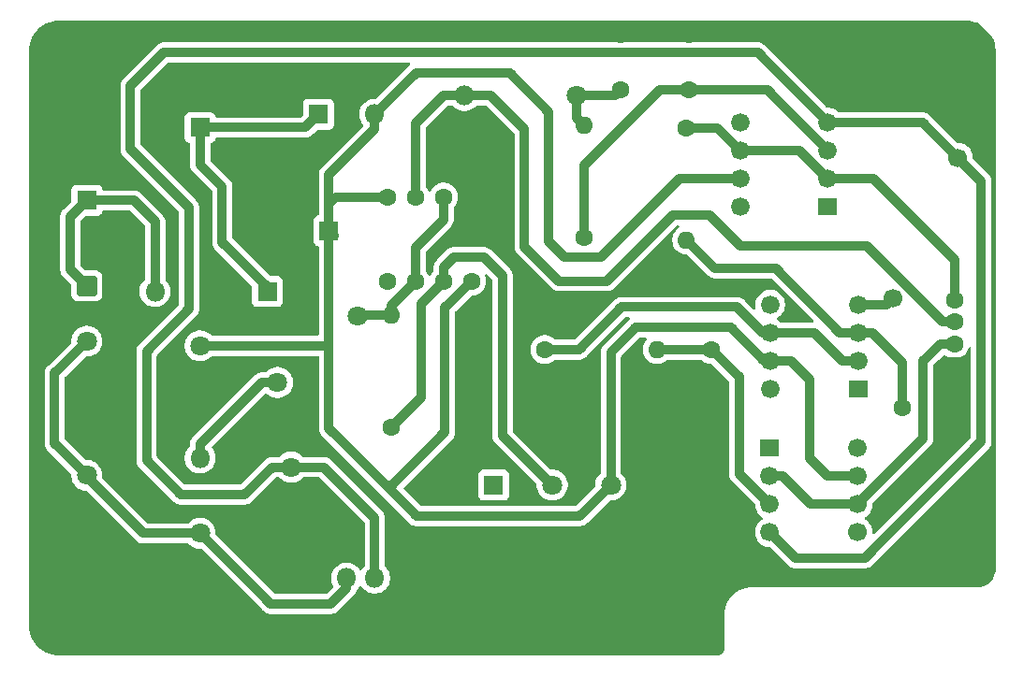
<source format=gbr>
%TF.GenerationSoftware,KiCad,Pcbnew,9.0.0*%
%TF.CreationDate,2025-08-13T12:18:52+03:00*%
%TF.ProjectId,Function_Generator,46756e63-7469-46f6-9e5f-47656e657261,rev?*%
%TF.SameCoordinates,Original*%
%TF.FileFunction,Copper,L2,Bot*%
%TF.FilePolarity,Positive*%
%FSLAX46Y46*%
G04 Gerber Fmt 4.6, Leading zero omitted, Abs format (unit mm)*
G04 Created by KiCad (PCBNEW 9.0.0) date 2025-08-13 12:18:52*
%MOMM*%
%LPD*%
G01*
G04 APERTURE LIST*
G04 Aperture macros list*
%AMRoundRect*
0 Rectangle with rounded corners*
0 $1 Rounding radius*
0 $2 $3 $4 $5 $6 $7 $8 $9 X,Y pos of 4 corners*
0 Add a 4 corners polygon primitive as box body*
4,1,4,$2,$3,$4,$5,$6,$7,$8,$9,$2,$3,0*
0 Add four circle primitives for the rounded corners*
1,1,$1+$1,$2,$3*
1,1,$1+$1,$4,$5*
1,1,$1+$1,$6,$7*
1,1,$1+$1,$8,$9*
0 Add four rect primitives between the rounded corners*
20,1,$1+$1,$2,$3,$4,$5,0*
20,1,$1+$1,$4,$5,$6,$7,0*
20,1,$1+$1,$6,$7,$8,$9,0*
20,1,$1+$1,$8,$9,$2,$3,0*%
G04 Aperture macros list end*
%TA.AperFunction,ComponentPad*%
%ADD10C,1.800000*%
%TD*%
%TA.AperFunction,ComponentPad*%
%ADD11O,1.800000X1.800000*%
%TD*%
%TA.AperFunction,ComponentPad*%
%ADD12R,1.600000X1.600000*%
%TD*%
%TA.AperFunction,ComponentPad*%
%ADD13C,1.600000*%
%TD*%
%TA.AperFunction,ComponentPad*%
%ADD14R,1.800000X1.800000*%
%TD*%
%TA.AperFunction,ComponentPad*%
%ADD15O,1.600000X1.600000*%
%TD*%
%TA.AperFunction,ComponentPad*%
%ADD16R,1.680000X1.630000*%
%TD*%
%TA.AperFunction,ComponentPad*%
%ADD17C,1.680000*%
%TD*%
%TA.AperFunction,ComponentPad*%
%ADD18C,1.700000*%
%TD*%
%TA.AperFunction,ComponentPad*%
%ADD19RoundRect,0.173077X-0.726923X0.726923X-0.726923X-0.726923X0.726923X-0.726923X0.726923X0.726923X0*%
%TD*%
%TA.AperFunction,ComponentPad*%
%ADD20RoundRect,0.250000X-0.550000X0.550000X-0.550000X-0.550000X0.550000X-0.550000X0.550000X0.550000X0*%
%TD*%
%TA.AperFunction,ViaPad*%
%ADD21C,1.700000*%
%TD*%
%TA.AperFunction,Conductor*%
%ADD22C,0.820000*%
%TD*%
G04 APERTURE END LIST*
D10*
%TO.P,R5,1*%
%TO.N,+10V*%
X105250000Y-99670000D03*
D11*
%TO.P,R5,2*%
%TO.N,Net-(D2-A)*%
X105250000Y-109830000D03*
%TD*%
D12*
%TO.P,J3,1,Pin_1*%
%TO.N,GND*%
X173500000Y-101500000D03*
D13*
%TO.P,J3,2,Pin_2*%
%TO.N,Sine*%
X173500000Y-99500000D03*
%TO.P,J3,3,Pin_3*%
%TO.N,Square*%
X173500000Y-97500000D03*
%TO.P,J3,4,Pin_4*%
%TO.N,Triangle*%
X173500000Y-95500000D03*
%TD*%
D14*
%TO.P,C14,1*%
%TO.N,+12*%
X95000000Y-86500000D03*
D10*
%TO.P,C14,2*%
%TO.N,GND*%
X95000000Y-83000000D03*
%TD*%
D14*
%TO.P,C10,1*%
%TO.N,GND*%
X113500000Y-114152651D03*
D10*
%TO.P,C10,2*%
%TO.N,-10V*%
X113500000Y-110652651D03*
%TD*%
D14*
%TO.P,C12,1*%
%TO.N,+10V*%
X116902651Y-89250000D03*
D10*
%TO.P,C12,2*%
%TO.N,GND*%
X113402651Y-89250000D03*
%TD*%
D13*
%TO.P,R4,1*%
%TO.N,Triangle*%
X149250000Y-79920000D03*
D15*
%TO.P,R4,2*%
%TO.N,Net-(U5-+)*%
X149250000Y-90080000D03*
%TD*%
D13*
%TO.P,R2,1*%
%TO.N,DISCHARGE*%
X122500000Y-107080000D03*
D15*
%TO.P,R2,2*%
%TO.N,OUT*%
X122500000Y-96920000D03*
%TD*%
D14*
%TO.P,D2,1,K*%
%TO.N,GND*%
X112250000Y-105520000D03*
D10*
%TO.P,D2,2,A*%
%TO.N,Net-(D2-A)*%
X112250000Y-102980000D03*
%TD*%
D13*
%TO.P,C8,1*%
%TO.N,Net-(U6-+)*%
X151500000Y-100000000D03*
%TO.P,C8,2*%
%TO.N,GND*%
X151500000Y-105000000D03*
%TD*%
D14*
%TO.P,C13,1*%
%TO.N,12V*%
X105250000Y-79902651D03*
D10*
%TO.P,C13,2*%
%TO.N,GND*%
X105250000Y-76402651D03*
%TD*%
D14*
%TO.P,U3,1,GND*%
%TO.N,GND*%
X115960000Y-120695000D03*
D11*
%TO.P,U3,2,VI*%
%TO.N,-12*%
X118500000Y-120695000D03*
%TO.P,U3,3,VO*%
%TO.N,-10V*%
X121040000Y-120695000D03*
%TD*%
D14*
%TO.P,C16,1*%
%TO.N,GND*%
X95000000Y-114902651D03*
D10*
%TO.P,C16,2*%
%TO.N,-12*%
X95000000Y-111402651D03*
%TD*%
D14*
%TO.P,RV1,1,1*%
%TO.N,unconnected-(RV1-Pad1)*%
X131803250Y-112275000D03*
D10*
%TO.P,RV1,2,2*%
%TO.N,DISCHARGE*%
X137103250Y-112275000D03*
%TO.P,RV1,3,3*%
%TO.N,+10V*%
X142403250Y-112275000D03*
%TD*%
D16*
%TO.P,U6,1,NULL*%
%TO.N,unconnected-(U6-NULL-Pad1)*%
X156780000Y-108940000D03*
D17*
%TO.P,U6,2,-*%
%TO.N,Sine*%
X156780000Y-111480000D03*
%TO.P,U6,3,+*%
%TO.N,Net-(U6-+)*%
X156780000Y-114020000D03*
%TO.P,U6,4,V-*%
%TO.N,-10V*%
X156780000Y-116560000D03*
D18*
%TO.P,U6,5,NULL*%
%TO.N,unconnected-(U6-NULL-Pad5)*%
X164720000Y-116560000D03*
%TO.P,U6,6*%
%TO.N,Sine*%
X164720000Y-114020000D03*
D17*
%TO.P,U6,7,V+*%
%TO.N,+10V*%
X164720000Y-111480000D03*
%TO.P,U6,8,NC*%
%TO.N,unconnected-(U6-NC-Pad8)*%
X164720000Y-108940000D03*
%TD*%
D13*
%TO.P,C6,1*%
%TO.N,Net-(U5-+)*%
X168750000Y-105250000D03*
%TO.P,C6,2*%
%TO.N,GND*%
X173750000Y-105250000D03*
%TD*%
%TO.P,C7,1*%
%TO.N,Net-(U4-+)*%
X149500000Y-76500000D03*
%TO.P,C7,2*%
%TO.N,GND*%
X149500000Y-71500000D03*
%TD*%
%TO.P,C5,1*%
%TO.N,Net-(C5-Pad1)*%
X143250000Y-76500000D03*
%TO.P,C5,2*%
%TO.N,GND*%
X143250000Y-71500000D03*
%TD*%
D19*
%TO.P,J1,1,Pin_1*%
%TO.N,+12*%
X95000000Y-94250000D03*
D10*
%TO.P,J1,2,Pin_2*%
%TO.N,-12*%
X95000000Y-99250000D03*
%TO.P,J1,3,Pin_3*%
%TO.N,GND*%
X95000000Y-104250000D03*
%TD*%
D14*
%TO.P,C11,1*%
%TO.N,GND*%
X105250000Y-120152651D03*
D10*
%TO.P,C11,2*%
%TO.N,-12*%
X105250000Y-116652651D03*
%TD*%
D16*
%TO.P,U4,1,NULL*%
%TO.N,unconnected-(U4-NULL-Pad1)*%
X162025000Y-87060000D03*
D17*
%TO.P,U4,2,-*%
%TO.N,Triangle*%
X162025000Y-84520000D03*
%TO.P,U4,3,+*%
%TO.N,Net-(U4-+)*%
X162025000Y-81980000D03*
%TO.P,U4,4,V-*%
%TO.N,-10V*%
X162025000Y-79440000D03*
%TO.P,U4,5,NULL*%
%TO.N,unconnected-(U4-NULL-Pad5)*%
X154085000Y-79440000D03*
%TO.P,U4,6*%
%TO.N,Triangle*%
X154085000Y-81980000D03*
%TO.P,U4,7,V+*%
%TO.N,+10V*%
X154085000Y-84520000D03*
%TO.P,U4,8,NC*%
%TO.N,unconnected-(U4-NC-Pad8)*%
X154085000Y-87060000D03*
%TD*%
D13*
%TO.P,R6,1*%
%TO.N,Net-(U5--)*%
X136420000Y-100000000D03*
D15*
%TO.P,R6,2*%
%TO.N,Net-(U6-+)*%
X146580000Y-100000000D03*
%TD*%
D14*
%TO.P,D1,1,K*%
%TO.N,12V*%
X111330000Y-94750000D03*
D11*
%TO.P,D1,2,A*%
%TO.N,+12*%
X101170000Y-94750000D03*
%TD*%
D10*
%TO.P,C9,1*%
%TO.N,OUT*%
X119500000Y-97000000D03*
%TO.P,C9,2*%
%TO.N,GND*%
X114500000Y-97000000D03*
%TD*%
D14*
%TO.P,U1,1,VI*%
%TO.N,12V*%
X115960000Y-78695000D03*
D11*
%TO.P,U1,2,GND*%
%TO.N,GND*%
X118500000Y-78695000D03*
%TO.P,U1,3,VO*%
%TO.N,+10V*%
X121040000Y-78695000D03*
%TD*%
D16*
%TO.P,U5,1,NULL*%
%TO.N,unconnected-(U5-NULL-Pad1)*%
X164757500Y-103560000D03*
D17*
%TO.P,U5,2,-*%
%TO.N,Net-(U5--)*%
X164757500Y-101020000D03*
%TO.P,U5,3,+*%
%TO.N,Net-(U5-+)*%
X164757500Y-98480000D03*
%TO.P,U5,4,V-*%
%TO.N,-10V*%
X164757500Y-95940000D03*
%TO.P,U5,5,NULL*%
%TO.N,unconnected-(U5-NULL-Pad5)*%
X156817500Y-95940000D03*
%TO.P,U5,6*%
%TO.N,Net-(U5--)*%
X156817500Y-98480000D03*
%TO.P,U5,7,V+*%
%TO.N,+10V*%
X156817500Y-101020000D03*
%TO.P,U5,8,NC*%
%TO.N,unconnected-(U5-NC-Pad8)*%
X156817500Y-103560000D03*
%TD*%
D13*
%TO.P,R3,1*%
%TO.N,Net-(U4-+)*%
X140000000Y-89830000D03*
D15*
%TO.P,R3,2*%
%TO.N,Net-(C5-Pad1)*%
X140000000Y-79670000D03*
%TD*%
D20*
%TO.P,U2,1,GND*%
%TO.N,GND*%
X129810000Y-86195000D03*
D13*
%TO.P,U2,2,TR*%
%TO.N,OUT*%
X127270000Y-86195000D03*
%TO.P,U2,3,Q*%
%TO.N,Square*%
X124730000Y-86195000D03*
%TO.P,U2,4,R*%
%TO.N,+10V*%
X122190000Y-86195000D03*
%TO.P,U2,5,CV*%
%TO.N,unconnected-(U2-CV-Pad5)*%
X122190000Y-93815000D03*
%TO.P,U2,6,THR*%
%TO.N,OUT*%
X124730000Y-93815000D03*
%TO.P,U2,7,DIS*%
%TO.N,DISCHARGE*%
X127270000Y-93815000D03*
%TO.P,U2,8,VCC*%
%TO.N,+10V*%
X129810000Y-93815000D03*
%TD*%
D10*
%TO.P,R1,1*%
%TO.N,Net-(C5-Pad1)*%
X139330000Y-77000000D03*
D11*
%TO.P,R1,2*%
%TO.N,Square*%
X129170000Y-77000000D03*
%TD*%
D21*
%TO.N,GND*%
X128300000Y-111900000D03*
X173850000Y-116650000D03*
X128260000Y-117430000D03*
X168750000Y-112800000D03*
%TO.N,-10V*%
X173800000Y-82650000D03*
X167900000Y-95400000D03*
%TD*%
D22*
%TO.N,Net-(C5-Pad1)*%
X142750000Y-77000000D02*
X143250000Y-76500000D01*
X139330000Y-77000000D02*
X142750000Y-77000000D01*
X139330000Y-77000000D02*
X139330000Y-79000000D01*
X139330000Y-79000000D02*
X140000000Y-79670000D01*
%TO.N,Net-(U5-+)*%
X151820000Y-92650000D02*
X149250000Y-90080000D01*
X164757500Y-98480000D02*
X166030000Y-98480000D01*
X164757500Y-98480000D02*
X163130000Y-98480000D01*
X166030000Y-98480000D02*
X168750000Y-101200000D01*
X163130000Y-98480000D02*
X157300000Y-92650000D01*
X168750000Y-101200000D02*
X168750000Y-105250000D01*
X157300000Y-92650000D02*
X151820000Y-92650000D01*
%TO.N,Net-(U4-+)*%
X156545000Y-76500000D02*
X162025000Y-81980000D01*
X140000000Y-83300000D02*
X140000000Y-89830000D01*
X140000000Y-83300000D02*
X146800000Y-76500000D01*
X146800000Y-76500000D02*
X149500000Y-76500000D01*
X149500000Y-76500000D02*
X156545000Y-76500000D01*
%TO.N,Net-(U6-+)*%
X154000000Y-102500000D02*
X151500000Y-100000000D01*
X146580000Y-100000000D02*
X146830000Y-100250000D01*
X156780000Y-114020000D02*
X154000000Y-111240000D01*
X151500000Y-100000000D02*
X146580000Y-100000000D01*
X154000000Y-111240000D02*
X154000000Y-102500000D01*
%TO.N,OUT*%
X122500000Y-96920000D02*
X122500000Y-96045000D01*
X122500000Y-96045000D02*
X124730000Y-93815000D01*
X124730000Y-90770000D02*
X127270000Y-88230000D01*
X119580000Y-96920000D02*
X119500000Y-97000000D01*
X124730000Y-93815000D02*
X124730000Y-90770000D01*
X127270000Y-88230000D02*
X127270000Y-86195000D01*
X122500000Y-96920000D02*
X119580000Y-96920000D01*
%TO.N,-10V*%
X104250000Y-87150000D02*
X104250000Y-96300000D01*
X173800000Y-82650000D02*
X175900000Y-84750000D01*
X164757500Y-95940000D02*
X167360000Y-95940000D01*
X98950000Y-81850000D02*
X104250000Y-87150000D01*
X165350000Y-118900000D02*
X159120000Y-118900000D01*
X104250000Y-96300000D02*
X100400000Y-100150000D01*
X173800000Y-82650000D02*
X170590000Y-79440000D01*
X175900000Y-108350000D02*
X165350000Y-118900000D01*
X167360000Y-95940000D02*
X167900000Y-95400000D01*
X116452651Y-110652651D02*
X113500000Y-110652651D01*
X170590000Y-79440000D02*
X162025000Y-79440000D01*
X121040000Y-120695000D02*
X121040000Y-115240000D01*
X159120000Y-118900000D02*
X156780000Y-116560000D01*
X103500000Y-113150000D02*
X109250000Y-113150000D01*
X109250000Y-113150000D02*
X111747349Y-110652651D01*
X162025000Y-79440000D02*
X155696000Y-73111000D01*
X155696000Y-73111000D02*
X101989000Y-73111000D01*
X175900000Y-84750000D02*
X175900000Y-108350000D01*
X98950000Y-76150000D02*
X98950000Y-81850000D01*
X100400000Y-110050000D02*
X103500000Y-113150000D01*
X100400000Y-100150000D02*
X100400000Y-110050000D01*
X121040000Y-115240000D02*
X116452651Y-110652651D01*
X101989000Y-73111000D02*
X98950000Y-76150000D01*
X111747349Y-110652651D02*
X113500000Y-110652651D01*
%TO.N,-12*%
X95000000Y-111550000D02*
X100102651Y-116652651D01*
X92100000Y-102150000D02*
X95000000Y-99250000D01*
X95000000Y-111402651D02*
X92100000Y-108502651D01*
X105250000Y-116652651D02*
X105327651Y-116652651D01*
X92100000Y-108502651D02*
X92100000Y-102150000D01*
X95000000Y-111402651D02*
X95000000Y-111550000D01*
X118500000Y-120695000D02*
X118500000Y-121577000D01*
X100102651Y-116652651D02*
X105250000Y-116652651D01*
X118500000Y-121577000D02*
X117027000Y-123050000D01*
X117027000Y-123050000D02*
X111647349Y-123050000D01*
X111647349Y-123050000D02*
X105250000Y-116652651D01*
%TO.N,+10V*%
X144650000Y-98000000D02*
X142403250Y-100246750D01*
X127400000Y-107510000D02*
X127400000Y-96225000D01*
X136800000Y-78500000D02*
X136800000Y-90200000D01*
X139578250Y-115100000D02*
X124850000Y-115100000D01*
X127400000Y-96225000D02*
X129810000Y-93815000D01*
X161980419Y-111480000D02*
X164720000Y-111480000D01*
X158670000Y-101020000D02*
X160350000Y-102700000D01*
X121040000Y-78695000D02*
X124785000Y-74950000D01*
X117350000Y-89697349D02*
X116902651Y-89250000D01*
X133250000Y-74950000D02*
X136800000Y-78500000D01*
X116902651Y-99670000D02*
X116902651Y-89250000D01*
X136800000Y-90200000D02*
X138200000Y-91600000D01*
X117505000Y-86195000D02*
X116902651Y-86797349D01*
X116902651Y-89250000D02*
X116902651Y-86797349D01*
X138200000Y-91600000D02*
X141500000Y-91600000D01*
X142403250Y-100246750D02*
X142403250Y-112275000D01*
X122190000Y-86195000D02*
X117505000Y-86195000D01*
X121040000Y-78695000D02*
X121040000Y-80010000D01*
X124785000Y-74950000D02*
X133250000Y-74950000D01*
X121040000Y-80010000D02*
X116902651Y-84147349D01*
X124850000Y-115100000D02*
X122330000Y-112580000D01*
X122330000Y-112580000D02*
X116902651Y-107152651D01*
X142403250Y-112275000D02*
X139578250Y-115100000D01*
X156270000Y-101020000D02*
X153250000Y-98000000D01*
X116902651Y-84147349D02*
X116902651Y-89250000D01*
X148580000Y-84520000D02*
X154085000Y-84520000D01*
X160350000Y-109849581D02*
X161980419Y-111480000D01*
X141500000Y-91600000D02*
X148580000Y-84520000D01*
X105250000Y-99670000D02*
X116902651Y-99670000D01*
X156817500Y-101020000D02*
X158670000Y-101020000D01*
X116902651Y-107152651D02*
X116902651Y-99670000D01*
X156817500Y-101020000D02*
X156270000Y-101020000D01*
X160350000Y-102700000D02*
X160350000Y-109849581D01*
X122330000Y-112580000D02*
X127400000Y-107510000D01*
X153250000Y-98000000D02*
X144650000Y-98000000D01*
%TO.N,12V*%
X111330000Y-94380000D02*
X107250000Y-90300000D01*
X107250000Y-90300000D02*
X107250000Y-85250000D01*
X111330000Y-94750000D02*
X111330000Y-94380000D01*
X107250000Y-85250000D02*
X105250000Y-83250000D01*
X105250000Y-79902651D02*
X114752349Y-79902651D01*
X114752349Y-79902651D02*
X115960000Y-78695000D01*
X105250000Y-83250000D02*
X105250000Y-79902651D01*
%TO.N,+12*%
X95000000Y-94250000D02*
X93500000Y-92750000D01*
X101200000Y-88450000D02*
X99250000Y-86500000D01*
X101170000Y-94750000D02*
X101200000Y-94720000D01*
X101200000Y-94720000D02*
X101200000Y-88450000D01*
X93500000Y-92750000D02*
X93500000Y-88000000D01*
X93500000Y-88000000D02*
X95000000Y-86500000D01*
X99250000Y-86500000D02*
X95000000Y-86500000D01*
%TO.N,Net-(D2-A)*%
X105250000Y-109830000D02*
X105470000Y-109830000D01*
X105250000Y-108557208D02*
X110827208Y-102980000D01*
X105250000Y-109830000D02*
X105250000Y-108557208D01*
X110827208Y-102980000D02*
X112250000Y-102980000D01*
%TO.N,Triangle*%
X159485000Y-81980000D02*
X162025000Y-84520000D01*
X154085000Y-81980000D02*
X159485000Y-81980000D01*
X152025000Y-79920000D02*
X154085000Y-81980000D01*
X173500000Y-91900000D02*
X166120000Y-84520000D01*
X149250000Y-79920000D02*
X152025000Y-79920000D01*
X166120000Y-84520000D02*
X162025000Y-84520000D01*
X173500000Y-95500000D02*
X173500000Y-91900000D01*
%TO.N,Sine*%
X170650000Y-108090000D02*
X170650000Y-101050000D01*
X160507939Y-114020000D02*
X164720000Y-114020000D01*
X157967939Y-111480000D02*
X160507939Y-114020000D01*
X172200000Y-99500000D02*
X173500000Y-99500000D01*
X156780000Y-111480000D02*
X157967939Y-111480000D01*
X170650000Y-101050000D02*
X172200000Y-99500000D01*
X164720000Y-114020000D02*
X170650000Y-108090000D01*
%TO.N,Square*%
X142050000Y-93800000D02*
X148000000Y-87850000D01*
X127300000Y-77000000D02*
X124730000Y-79570000D01*
X129170000Y-77000000D02*
X127300000Y-77000000D01*
X148000000Y-87850000D02*
X151350000Y-87850000D01*
X124730000Y-79570000D02*
X124730000Y-86195000D01*
X172368630Y-97500000D02*
X173500000Y-97500000D01*
X165518630Y-90650000D02*
X172368630Y-97500000D01*
X134600000Y-80050000D02*
X134600000Y-90700000D01*
X131550000Y-77000000D02*
X134600000Y-80050000D01*
X137700000Y-93800000D02*
X142050000Y-93800000D01*
X154150000Y-90650000D02*
X165518630Y-90650000D01*
X129170000Y-77000000D02*
X131550000Y-77000000D01*
X134600000Y-90700000D02*
X137700000Y-93800000D01*
X151350000Y-87850000D02*
X154150000Y-90650000D01*
%TO.N,DISCHARGE*%
X132600000Y-107771750D02*
X132600000Y-93300000D01*
X132600000Y-93300000D02*
X130950000Y-91650000D01*
X122500000Y-107080000D02*
X125250000Y-104330000D01*
X137103250Y-112275000D02*
X132600000Y-107771750D01*
X125250000Y-104330000D02*
X125250000Y-95835000D01*
X130950000Y-91650000D02*
X128200000Y-91650000D01*
X127270000Y-92580000D02*
X127270000Y-93815000D01*
X125250000Y-95835000D02*
X127270000Y-93815000D01*
X128200000Y-91650000D02*
X127270000Y-92580000D01*
%TO.N,Net-(U5--)*%
X164757500Y-101020000D02*
X163370000Y-101020000D01*
X160830000Y-98480000D02*
X156817500Y-98480000D01*
X156130000Y-98480000D02*
X153800000Y-96150000D01*
X156817500Y-98480000D02*
X156130000Y-98480000D01*
X143400000Y-96150000D02*
X139550000Y-100000000D01*
X139550000Y-100000000D02*
X136420000Y-100000000D01*
X153800000Y-96150000D02*
X143400000Y-96150000D01*
X163370000Y-101020000D02*
X160830000Y-98480000D01*
%TD*%
%TA.AperFunction,Conductor*%
%TO.N,GND*%
G36*
X174920212Y-99795924D02*
G01*
X174971688Y-99843168D01*
X174989500Y-99907201D01*
X174989500Y-107921496D01*
X174969815Y-107988535D01*
X174953181Y-108009177D01*
X166282181Y-116680177D01*
X166220858Y-116713662D01*
X166151166Y-116708678D01*
X166095233Y-116666806D01*
X166070816Y-116601342D01*
X166070500Y-116592496D01*
X166070500Y-116453713D01*
X166050066Y-116324698D01*
X166037246Y-116243757D01*
X165971557Y-116041588D01*
X165875051Y-115852184D01*
X165875049Y-115852181D01*
X165875048Y-115852179D01*
X165750109Y-115680213D01*
X165599786Y-115529890D01*
X165427820Y-115404951D01*
X165427115Y-115404591D01*
X165419054Y-115400485D01*
X165368259Y-115352512D01*
X165351463Y-115284692D01*
X165373999Y-115218556D01*
X165419054Y-115179515D01*
X165427816Y-115175051D01*
X165473570Y-115141809D01*
X165599786Y-115050109D01*
X165599788Y-115050106D01*
X165599792Y-115050104D01*
X165750104Y-114899792D01*
X165750106Y-114899788D01*
X165750109Y-114899786D01*
X165875048Y-114727820D01*
X165875047Y-114727820D01*
X165875051Y-114727816D01*
X165971557Y-114538412D01*
X166037246Y-114336243D01*
X166070500Y-114126287D01*
X166070500Y-114008503D01*
X166090185Y-113941464D01*
X166106819Y-113920822D01*
X168712845Y-111314796D01*
X171357231Y-108670411D01*
X171366499Y-108656541D01*
X171456875Y-108521284D01*
X171525510Y-108355583D01*
X171526923Y-108348477D01*
X171560500Y-108179677D01*
X171560500Y-108000324D01*
X171560500Y-101478503D01*
X171580185Y-101411464D01*
X171596819Y-101390822D01*
X172040822Y-100946819D01*
X172486995Y-100500645D01*
X172548316Y-100467162D01*
X172618007Y-100472146D01*
X172648235Y-100489933D01*
X172648839Y-100489103D01*
X172778539Y-100583334D01*
X172818390Y-100612287D01*
X172934607Y-100671503D01*
X173000776Y-100705218D01*
X173000778Y-100705218D01*
X173000781Y-100705220D01*
X173102412Y-100738242D01*
X173195465Y-100768477D01*
X173228625Y-100773729D01*
X173397648Y-100800500D01*
X173397649Y-100800500D01*
X173602351Y-100800500D01*
X173602352Y-100800500D01*
X173804534Y-100768477D01*
X173999219Y-100705220D01*
X174181610Y-100612287D01*
X174274590Y-100544732D01*
X174347213Y-100491971D01*
X174347215Y-100491968D01*
X174347219Y-100491966D01*
X174491966Y-100347219D01*
X174491968Y-100347215D01*
X174491971Y-100347213D01*
X174544732Y-100274590D01*
X174612287Y-100181610D01*
X174705220Y-99999219D01*
X174747569Y-99868881D01*
X174787007Y-99811207D01*
X174851366Y-99784009D01*
X174920212Y-99795924D01*
G37*
%TD.AperFunction*%
%TA.AperFunction,Conductor*%
G36*
X128115570Y-77930185D02*
G01*
X128136212Y-77946819D01*
X128257636Y-78068243D01*
X128257641Y-78068247D01*
X128380343Y-78157394D01*
X128435978Y-78197815D01*
X128564375Y-78263237D01*
X128632393Y-78297895D01*
X128632396Y-78297896D01*
X128717542Y-78325561D01*
X128842049Y-78366015D01*
X129059778Y-78400500D01*
X129059779Y-78400500D01*
X129280221Y-78400500D01*
X129280222Y-78400500D01*
X129497951Y-78366015D01*
X129707606Y-78297895D01*
X129904022Y-78197815D01*
X130082365Y-78068242D01*
X130203788Y-77946819D01*
X130265111Y-77913334D01*
X130291469Y-77910500D01*
X131121497Y-77910500D01*
X131188536Y-77930185D01*
X131209178Y-77946819D01*
X133653181Y-80390822D01*
X133686666Y-80452145D01*
X133689500Y-80478503D01*
X133689500Y-90789681D01*
X133724487Y-90965575D01*
X133724489Y-90965583D01*
X133784516Y-91110500D01*
X133784516Y-91110501D01*
X133793121Y-91131277D01*
X133793128Y-91131290D01*
X133892767Y-91280409D01*
X133892770Y-91280413D01*
X134023909Y-91411552D01*
X134023931Y-91411572D01*
X136989642Y-94377283D01*
X136989671Y-94377314D01*
X137119586Y-94507229D01*
X137119590Y-94507232D01*
X137234945Y-94584310D01*
X137234946Y-94584311D01*
X137268707Y-94606870D01*
X137268715Y-94606874D01*
X137268716Y-94606875D01*
X137434417Y-94675511D01*
X137546012Y-94697708D01*
X137610318Y-94710499D01*
X137610322Y-94710500D01*
X137610323Y-94710500D01*
X142139678Y-94710500D01*
X142139679Y-94710499D01*
X142315583Y-94675511D01*
X142481284Y-94606875D01*
X142481289Y-94606871D01*
X142481292Y-94606870D01*
X142515054Y-94584311D01*
X142515055Y-94584310D01*
X142571924Y-94546311D01*
X142630410Y-94507232D01*
X142757232Y-94380410D01*
X142757233Y-94380408D01*
X142764299Y-94373342D01*
X142764301Y-94373338D01*
X148340822Y-88796819D01*
X148402145Y-88763334D01*
X148428503Y-88760500D01*
X148471961Y-88760500D01*
X148539000Y-88780185D01*
X148584755Y-88832989D01*
X148594699Y-88902147D01*
X148565674Y-88965703D01*
X148544848Y-88984816D01*
X148492627Y-89022757D01*
X148402780Y-89088034D01*
X148258028Y-89232786D01*
X148137715Y-89398386D01*
X148044781Y-89580776D01*
X147981522Y-89775465D01*
X147955024Y-89942770D01*
X147949500Y-89977648D01*
X147949500Y-90182352D01*
X147951957Y-90197864D01*
X147981522Y-90384534D01*
X148044781Y-90579223D01*
X148097594Y-90682872D01*
X148126447Y-90739500D01*
X148137715Y-90761613D01*
X148258028Y-90927213D01*
X148402786Y-91071971D01*
X148506251Y-91147141D01*
X148568390Y-91192287D01*
X148684607Y-91251503D01*
X148750776Y-91285218D01*
X148750778Y-91285218D01*
X148750781Y-91285220D01*
X148855137Y-91319127D01*
X148945465Y-91348477D01*
X149000723Y-91357229D01*
X149147648Y-91380500D01*
X149211497Y-91380500D01*
X149278536Y-91400185D01*
X149299178Y-91416819D01*
X151109642Y-93227283D01*
X151109671Y-93227314D01*
X151239586Y-93357229D01*
X151239590Y-93357232D01*
X151388712Y-93456873D01*
X151388714Y-93456874D01*
X151388716Y-93456875D01*
X151417108Y-93468635D01*
X151417109Y-93468636D01*
X151417110Y-93468636D01*
X151554417Y-93525511D01*
X151730318Y-93560499D01*
X151730322Y-93560500D01*
X151730323Y-93560500D01*
X151730324Y-93560500D01*
X156871497Y-93560500D01*
X156938536Y-93580185D01*
X156959178Y-93596819D01*
X160720178Y-97357819D01*
X160753663Y-97419142D01*
X160748679Y-97488834D01*
X160706807Y-97544767D01*
X160641343Y-97569184D01*
X160632497Y-97569500D01*
X157854115Y-97569500D01*
X157787076Y-97549815D01*
X157766434Y-97533181D01*
X157690779Y-97457526D01*
X157690777Y-97457524D01*
X157553545Y-97357819D01*
X157520073Y-97333500D01*
X157494528Y-97320485D01*
X157443732Y-97272511D01*
X157426936Y-97204690D01*
X157449473Y-97138555D01*
X157494528Y-97099515D01*
X157520073Y-97086499D01*
X157520072Y-97086499D01*
X157520075Y-97086498D01*
X157690777Y-96962476D01*
X157839976Y-96813277D01*
X157963998Y-96642575D01*
X158059790Y-96454573D01*
X158084634Y-96378111D01*
X158124991Y-96253905D01*
X158124991Y-96253904D01*
X158124992Y-96253901D01*
X158158000Y-96045500D01*
X158158000Y-95834500D01*
X158124992Y-95626099D01*
X158124991Y-95626095D01*
X158124991Y-95626094D01*
X158059791Y-95425429D01*
X157993331Y-95294994D01*
X157963998Y-95237425D01*
X157839976Y-95066723D01*
X157690777Y-94917524D01*
X157520075Y-94793502D01*
X157332070Y-94697708D01*
X157131404Y-94632508D01*
X156969532Y-94606870D01*
X156923000Y-94599500D01*
X156712000Y-94599500D01*
X156665437Y-94606875D01*
X156503597Y-94632508D01*
X156503594Y-94632508D01*
X156302929Y-94697708D01*
X156114924Y-94793502D01*
X155944220Y-94917526D01*
X155795026Y-95066720D01*
X155671002Y-95237424D01*
X155575208Y-95425429D01*
X155510008Y-95626094D01*
X155510008Y-95626097D01*
X155483652Y-95792502D01*
X155477000Y-95834500D01*
X155477000Y-96045500D01*
X155479508Y-96061336D01*
X155510239Y-96255365D01*
X155501284Y-96324659D01*
X155456288Y-96378111D01*
X155389536Y-96398750D01*
X155322223Y-96380025D01*
X155300085Y-96362444D01*
X154514302Y-95576661D01*
X154514299Y-95576657D01*
X154514299Y-95576658D01*
X154507232Y-95569591D01*
X154507232Y-95569590D01*
X154380410Y-95442768D01*
X154380409Y-95442767D01*
X154380408Y-95442766D01*
X154231290Y-95343128D01*
X154231283Y-95343124D01*
X154215935Y-95336767D01*
X154200587Y-95330410D01*
X154065583Y-95274489D01*
X154065575Y-95274487D01*
X153889681Y-95239500D01*
X153889677Y-95239500D01*
X153889676Y-95239500D01*
X143489677Y-95239500D01*
X143310323Y-95239500D01*
X143310321Y-95239500D01*
X143259748Y-95249560D01*
X143234461Y-95254590D01*
X143134424Y-95274488D01*
X143134415Y-95274490D01*
X142968722Y-95343121D01*
X142968709Y-95343128D01*
X142819591Y-95442766D01*
X142778336Y-95484022D01*
X142692768Y-95569590D01*
X142692765Y-95569593D01*
X140934407Y-97327952D01*
X139209178Y-99053181D01*
X139147855Y-99086666D01*
X139121497Y-99089500D01*
X137400047Y-99089500D01*
X137333008Y-99069815D01*
X137312366Y-99053181D01*
X137267213Y-99008028D01*
X137101613Y-98887715D01*
X137101612Y-98887714D01*
X137101610Y-98887713D01*
X137044653Y-98858691D01*
X136919223Y-98794781D01*
X136724534Y-98731522D01*
X136541539Y-98702539D01*
X136522352Y-98699500D01*
X136317648Y-98699500D01*
X136298461Y-98702539D01*
X136115465Y-98731522D01*
X135920776Y-98794781D01*
X135738386Y-98887715D01*
X135572786Y-99008028D01*
X135428028Y-99152786D01*
X135307715Y-99318386D01*
X135214781Y-99500776D01*
X135151522Y-99695465D01*
X135119500Y-99897648D01*
X135119500Y-100102351D01*
X135151522Y-100304534D01*
X135214781Y-100499223D01*
X135307715Y-100681613D01*
X135428028Y-100847213D01*
X135572786Y-100991971D01*
X135727749Y-101104556D01*
X135738390Y-101112287D01*
X135854607Y-101171503D01*
X135920776Y-101205218D01*
X135920778Y-101205218D01*
X135920781Y-101205220D01*
X136025137Y-101239127D01*
X136115465Y-101268477D01*
X136216557Y-101284488D01*
X136317648Y-101300500D01*
X136317649Y-101300500D01*
X136522351Y-101300500D01*
X136522352Y-101300500D01*
X136724534Y-101268477D01*
X136919219Y-101205220D01*
X137101610Y-101112287D01*
X137206592Y-101036014D01*
X137267213Y-100991971D01*
X137267215Y-100991968D01*
X137267219Y-100991966D01*
X137312366Y-100946819D01*
X137373689Y-100913334D01*
X137400047Y-100910500D01*
X139639678Y-100910500D01*
X139639679Y-100910499D01*
X139815583Y-100875511D01*
X139981284Y-100806875D01*
X140003824Y-100791814D01*
X140130410Y-100707232D01*
X140257232Y-100580410D01*
X140257233Y-100580408D01*
X140264299Y-100573342D01*
X140264301Y-100573338D01*
X143740822Y-97096819D01*
X143802145Y-97063334D01*
X143828503Y-97060500D01*
X144008430Y-97060500D01*
X144075469Y-97080185D01*
X144121224Y-97132989D01*
X144131168Y-97202147D01*
X144102143Y-97265703D01*
X144094365Y-97273894D01*
X144086450Y-97281502D01*
X144069590Y-97292768D01*
X143942768Y-97419590D01*
X143942765Y-97419593D01*
X143941899Y-97420458D01*
X143941874Y-97420483D01*
X142870392Y-98491966D01*
X141822843Y-99539515D01*
X141822840Y-99539518D01*
X141784407Y-99577951D01*
X141696016Y-99666341D01*
X141696014Y-99666344D01*
X141603682Y-99804530D01*
X141603681Y-99804532D01*
X141603680Y-99804534D01*
X141599221Y-99811207D01*
X141596375Y-99815466D01*
X141527739Y-99981166D01*
X141527737Y-99981174D01*
X141495252Y-100144485D01*
X141495253Y-100144486D01*
X141492750Y-100157068D01*
X141492750Y-111153531D01*
X141473065Y-111220570D01*
X141456431Y-111241212D01*
X141335006Y-111362636D01*
X141335002Y-111362641D01*
X141205437Y-111540974D01*
X141105354Y-111737393D01*
X141105353Y-111737396D01*
X141037235Y-111947047D01*
X141002750Y-112164778D01*
X141002750Y-112336496D01*
X140983065Y-112403535D01*
X140966431Y-112424177D01*
X139237428Y-114153181D01*
X139176105Y-114186666D01*
X139149747Y-114189500D01*
X125278503Y-114189500D01*
X125211464Y-114169815D01*
X125190822Y-114153181D01*
X123705321Y-112667680D01*
X123671836Y-112606357D01*
X123676820Y-112536665D01*
X123705317Y-112492323D01*
X124870505Y-111327135D01*
X130402750Y-111327135D01*
X130402750Y-113222870D01*
X130402751Y-113222876D01*
X130409158Y-113282483D01*
X130459452Y-113417328D01*
X130459456Y-113417335D01*
X130545702Y-113532544D01*
X130545705Y-113532547D01*
X130660914Y-113618793D01*
X130660921Y-113618797D01*
X130795767Y-113669091D01*
X130795766Y-113669091D01*
X130802694Y-113669835D01*
X130855377Y-113675500D01*
X132751122Y-113675499D01*
X132810733Y-113669091D01*
X132945581Y-113618796D01*
X133060796Y-113532546D01*
X133147046Y-113417331D01*
X133197341Y-113282483D01*
X133203750Y-113222873D01*
X133203749Y-111327128D01*
X133197341Y-111267517D01*
X133186392Y-111238162D01*
X133147047Y-111132671D01*
X133147043Y-111132664D01*
X133060797Y-111017455D01*
X133060794Y-111017452D01*
X132945585Y-110931206D01*
X132945578Y-110931202D01*
X132810732Y-110880908D01*
X132810733Y-110880908D01*
X132751133Y-110874501D01*
X132751131Y-110874500D01*
X132751123Y-110874500D01*
X132751114Y-110874500D01*
X130855379Y-110874500D01*
X130855373Y-110874501D01*
X130795766Y-110880908D01*
X130660921Y-110931202D01*
X130660914Y-110931206D01*
X130545705Y-111017452D01*
X130545702Y-111017455D01*
X130459456Y-111132664D01*
X130459452Y-111132671D01*
X130409158Y-111267517D01*
X130402751Y-111327116D01*
X130402751Y-111327123D01*
X130402750Y-111327135D01*
X124870505Y-111327135D01*
X127980406Y-108217234D01*
X127980410Y-108217232D01*
X128107232Y-108090410D01*
X128206875Y-107941284D01*
X128244696Y-107849976D01*
X128275511Y-107775583D01*
X128310501Y-107599677D01*
X128310501Y-107420323D01*
X128310501Y-107415213D01*
X128310500Y-107415187D01*
X128310500Y-96653503D01*
X128330185Y-96586464D01*
X128346819Y-96565822D01*
X129760822Y-95151819D01*
X129822145Y-95118334D01*
X129848503Y-95115500D01*
X129912351Y-95115500D01*
X129912352Y-95115500D01*
X130114534Y-95083477D01*
X130309219Y-95020220D01*
X130491610Y-94927287D01*
X130584590Y-94859732D01*
X130657213Y-94806971D01*
X130657215Y-94806968D01*
X130657219Y-94806966D01*
X130801966Y-94662219D01*
X130801968Y-94662215D01*
X130801971Y-94662213D01*
X130886177Y-94546311D01*
X130922287Y-94496610D01*
X131015220Y-94314219D01*
X131078477Y-94119534D01*
X131110500Y-93917352D01*
X131110500Y-93712648D01*
X131078477Y-93510466D01*
X131024214Y-93343464D01*
X131022220Y-93273627D01*
X131058300Y-93213794D01*
X131121000Y-93182965D01*
X131190415Y-93190929D01*
X131229827Y-93217468D01*
X131653181Y-93640822D01*
X131686666Y-93702145D01*
X131689500Y-93728503D01*
X131689500Y-107861431D01*
X131724487Y-108037325D01*
X131724489Y-108037333D01*
X131783450Y-108179676D01*
X131793126Y-108203037D01*
X131892767Y-108352159D01*
X131892770Y-108352163D01*
X132023909Y-108483302D01*
X132023931Y-108483322D01*
X135666431Y-112125822D01*
X135699916Y-112187145D01*
X135702750Y-112213503D01*
X135702750Y-112385222D01*
X135703586Y-112390500D01*
X135737235Y-112602952D01*
X135805353Y-112812603D01*
X135805354Y-112812606D01*
X135832025Y-112864949D01*
X135899577Y-112997526D01*
X135905437Y-113009025D01*
X136035002Y-113187358D01*
X136035006Y-113187363D01*
X136190886Y-113343243D01*
X136190891Y-113343247D01*
X136292856Y-113417328D01*
X136369228Y-113472815D01*
X136497625Y-113538237D01*
X136565643Y-113572895D01*
X136565646Y-113572896D01*
X136670471Y-113606955D01*
X136775299Y-113641015D01*
X136993028Y-113675500D01*
X136993029Y-113675500D01*
X137213471Y-113675500D01*
X137213472Y-113675500D01*
X137431201Y-113641015D01*
X137640856Y-113572895D01*
X137837272Y-113472815D01*
X138015615Y-113343242D01*
X138171492Y-113187365D01*
X138301065Y-113009022D01*
X138401145Y-112812606D01*
X138469265Y-112602951D01*
X138503750Y-112385222D01*
X138503750Y-112164778D01*
X138469265Y-111947049D01*
X138401145Y-111737394D01*
X138401145Y-111737393D01*
X138366487Y-111669375D01*
X138301065Y-111540978D01*
X138275343Y-111505575D01*
X138171497Y-111362641D01*
X138171493Y-111362636D01*
X138015613Y-111206756D01*
X138015608Y-111206752D01*
X137837275Y-111077187D01*
X137837274Y-111077186D01*
X137837272Y-111077185D01*
X137740379Y-111027815D01*
X137640856Y-110977104D01*
X137640853Y-110977103D01*
X137431202Y-110908985D01*
X137322336Y-110891742D01*
X137213472Y-110874500D01*
X137041753Y-110874500D01*
X136974714Y-110854815D01*
X136954072Y-110838181D01*
X133546819Y-107430928D01*
X133513334Y-107369605D01*
X133510500Y-107343247D01*
X133510500Y-93210323D01*
X133510499Y-93210319D01*
X133475512Y-93034424D01*
X133475509Y-93034415D01*
X133461300Y-93000112D01*
X133434043Y-92934305D01*
X133406878Y-92868722D01*
X133406871Y-92868709D01*
X133307232Y-92719590D01*
X133307229Y-92719586D01*
X133177314Y-92589671D01*
X133177283Y-92589642D01*
X131661572Y-91073931D01*
X131661552Y-91073909D01*
X131530413Y-90942770D01*
X131530409Y-90942767D01*
X131381290Y-90843128D01*
X131381281Y-90843123D01*
X131215583Y-90774489D01*
X131215575Y-90774487D01*
X131039681Y-90739500D01*
X131039677Y-90739500D01*
X131039676Y-90739500D01*
X128295811Y-90739500D01*
X128295791Y-90739499D01*
X128289677Y-90739499D01*
X128110324Y-90739499D01*
X128110319Y-90739499D01*
X127934424Y-90774487D01*
X127934416Y-90774489D01*
X127827445Y-90818798D01*
X127827439Y-90818801D01*
X127819799Y-90821966D01*
X127768716Y-90843125D01*
X127660275Y-90915583D01*
X127657041Y-90917743D01*
X127657027Y-90917752D01*
X127619594Y-90942764D01*
X127619586Y-90942770D01*
X126883584Y-91678774D01*
X126689592Y-91872766D01*
X126689590Y-91872768D01*
X126626179Y-91936179D01*
X126562768Y-91999589D01*
X126508183Y-92081283D01*
X126508182Y-92081284D01*
X126463123Y-92148718D01*
X126394489Y-92314416D01*
X126394487Y-92314424D01*
X126362445Y-92475507D01*
X126362446Y-92475508D01*
X126359500Y-92490318D01*
X126359500Y-92834953D01*
X126339815Y-92901992D01*
X126323181Y-92922634D01*
X126278032Y-92967782D01*
X126278028Y-92967786D01*
X126157715Y-93133386D01*
X126110485Y-93226080D01*
X126062510Y-93276876D01*
X125994689Y-93293671D01*
X125928554Y-93271134D01*
X125889515Y-93226080D01*
X125881484Y-93210319D01*
X125842287Y-93133390D01*
X125770385Y-93034424D01*
X125721971Y-92967786D01*
X125676819Y-92922634D01*
X125643334Y-92861311D01*
X125640500Y-92834953D01*
X125640500Y-91198503D01*
X125660185Y-91131464D01*
X125676819Y-91110822D01*
X126746144Y-90041497D01*
X127977231Y-88810411D01*
X127979594Y-88806875D01*
X128076875Y-88661284D01*
X128145510Y-88495583D01*
X128158854Y-88428502D01*
X128176557Y-88339500D01*
X128176557Y-88339498D01*
X128180500Y-88319676D01*
X128180500Y-87175047D01*
X128200185Y-87108008D01*
X128216819Y-87087366D01*
X128261966Y-87042219D01*
X128261968Y-87042215D01*
X128261971Y-87042213D01*
X128346823Y-86925422D01*
X128382287Y-86876610D01*
X128475220Y-86694219D01*
X128538477Y-86499534D01*
X128570500Y-86297352D01*
X128570500Y-86092648D01*
X128556249Y-86002671D01*
X128538477Y-85890465D01*
X128493132Y-85750908D01*
X128475220Y-85695781D01*
X128475218Y-85695778D01*
X128475218Y-85695776D01*
X128429515Y-85606080D01*
X128382287Y-85513390D01*
X128367121Y-85492515D01*
X128261971Y-85347786D01*
X128117213Y-85203028D01*
X127951613Y-85082715D01*
X127951612Y-85082714D01*
X127951610Y-85082713D01*
X127894653Y-85053691D01*
X127769223Y-84989781D01*
X127574534Y-84926522D01*
X127399995Y-84898878D01*
X127372352Y-84894500D01*
X127167648Y-84894500D01*
X127143329Y-84898351D01*
X126965465Y-84926522D01*
X126770776Y-84989781D01*
X126588386Y-85082715D01*
X126422786Y-85203028D01*
X126278028Y-85347786D01*
X126157715Y-85513386D01*
X126110485Y-85606080D01*
X126062510Y-85656876D01*
X125994689Y-85673671D01*
X125928554Y-85651134D01*
X125889515Y-85606080D01*
X125884997Y-85597213D01*
X125842287Y-85513390D01*
X125827121Y-85492515D01*
X125721971Y-85347786D01*
X125676819Y-85302634D01*
X125643334Y-85241311D01*
X125640500Y-85214953D01*
X125640500Y-79998503D01*
X125660185Y-79931464D01*
X125676819Y-79910822D01*
X127640822Y-77946819D01*
X127702145Y-77913334D01*
X127728503Y-77910500D01*
X128048531Y-77910500D01*
X128115570Y-77930185D01*
G37*
%TD.AperFunction*%
%TA.AperFunction,Conductor*%
G36*
X174435590Y-70221283D02*
G01*
X174438481Y-70221555D01*
X174438493Y-70221558D01*
X174517784Y-70220738D01*
X174519065Y-70220732D01*
X174520729Y-70220732D01*
X174526402Y-70220862D01*
X174541577Y-70221557D01*
X174812483Y-70233964D01*
X174826309Y-70235377D01*
X175105991Y-70279930D01*
X175119572Y-70282883D01*
X175392501Y-70358467D01*
X175405665Y-70362921D01*
X175535166Y-70415001D01*
X175668411Y-70468588D01*
X175681000Y-70474491D01*
X175756439Y-70515172D01*
X175785264Y-70536633D01*
X176887950Y-71639319D01*
X176908171Y-71665901D01*
X176921732Y-71689850D01*
X176927895Y-71702316D01*
X177038966Y-71962823D01*
X177043694Y-71975900D01*
X177124899Y-72247206D01*
X177128133Y-72260730D01*
X177178450Y-72539416D01*
X177180150Y-72553217D01*
X177199226Y-72839962D01*
X177199491Y-72846815D01*
X177199492Y-72846905D01*
X177199500Y-72848283D01*
X177199500Y-119701722D01*
X177197803Y-119722165D01*
X177196585Y-119729447D01*
X177196584Y-119729461D01*
X177199381Y-119793280D01*
X177199500Y-119798708D01*
X177199500Y-119839561D01*
X177199453Y-119842985D01*
X177193953Y-120042120D01*
X177192204Y-120059724D01*
X177154926Y-120276364D01*
X177150690Y-120293541D01*
X177082959Y-120502676D01*
X177076321Y-120519076D01*
X176979516Y-120716445D01*
X176970612Y-120731732D01*
X176846708Y-120913311D01*
X176835719Y-120927177D01*
X176687235Y-121089274D01*
X176674384Y-121101434D01*
X176504337Y-121240755D01*
X176489887Y-121250962D01*
X176301748Y-121364663D01*
X176286001Y-121372706D01*
X176083585Y-121458479D01*
X176066849Y-121464200D01*
X175854300Y-121520291D01*
X175836915Y-121523574D01*
X175623169Y-121548310D01*
X175608914Y-121549132D01*
X155194770Y-121549132D01*
X155193240Y-121549123D01*
X155184196Y-121549011D01*
X155124595Y-121539512D01*
X155040570Y-121543834D01*
X155040570Y-121543835D01*
X154987192Y-121546580D01*
X154987170Y-121546580D01*
X154889771Y-121551590D01*
X154592233Y-121603344D01*
X154303097Y-121690587D01*
X154026593Y-121812043D01*
X154026588Y-121812046D01*
X153766746Y-121965941D01*
X153527340Y-122150041D01*
X153527338Y-122150043D01*
X153311885Y-122361641D01*
X153311869Y-122361659D01*
X153123494Y-122597682D01*
X153123491Y-122597686D01*
X152964924Y-122854719D01*
X152838492Y-123128997D01*
X152746047Y-123416502D01*
X152688934Y-123713038D01*
X152688932Y-123713056D01*
X152667978Y-124014326D01*
X152667977Y-124014336D01*
X152674512Y-124141372D01*
X152674676Y-124147739D01*
X152674733Y-127014427D01*
X152674733Y-127030832D01*
X152673953Y-127044716D01*
X152659709Y-127171129D01*
X152653530Y-127198201D01*
X152613825Y-127311661D01*
X152601776Y-127336678D01*
X152537815Y-127438460D01*
X152520500Y-127460170D01*
X152435499Y-127545159D01*
X152413786Y-127562472D01*
X152311997Y-127626417D01*
X152286976Y-127638463D01*
X152173513Y-127678151D01*
X152146440Y-127684327D01*
X152039881Y-127696319D01*
X152020086Y-127698547D01*
X152006220Y-127699325D01*
X92613752Y-127699325D01*
X92607451Y-127698090D01*
X92529686Y-127699325D01*
X92523317Y-127699325D01*
X92518331Y-127699225D01*
X92226030Y-127687462D01*
X92212189Y-127686124D01*
X91925004Y-127642010D01*
X91911400Y-127639132D01*
X91630940Y-127563136D01*
X91617744Y-127558752D01*
X91347573Y-127451839D01*
X91334950Y-127446006D01*
X91078436Y-127309508D01*
X91066546Y-127302298D01*
X90826926Y-127137938D01*
X90815918Y-127129441D01*
X90596220Y-126939296D01*
X90586233Y-126929621D01*
X90389193Y-126716060D01*
X90380351Y-126705327D01*
X90208469Y-126471056D01*
X90200885Y-126459401D01*
X90056314Y-126207360D01*
X90050082Y-126194929D01*
X89983200Y-126040447D01*
X89934635Y-125928273D01*
X89929842Y-125915245D01*
X89844972Y-125637326D01*
X89841664Y-125623824D01*
X89788449Y-125338174D01*
X89786673Y-125324383D01*
X89771876Y-125119188D01*
X89765695Y-125033468D01*
X89765375Y-125024603D01*
X89765195Y-102060325D01*
X91189500Y-102060325D01*
X91189500Y-108592332D01*
X91224487Y-108768226D01*
X91224491Y-108768240D01*
X91286371Y-108917631D01*
X91293124Y-108933934D01*
X91392767Y-109083061D01*
X91523909Y-109214203D01*
X91523931Y-109214223D01*
X93563181Y-111253473D01*
X93596666Y-111314796D01*
X93599500Y-111341154D01*
X93599500Y-111512873D01*
X93607463Y-111563151D01*
X93633985Y-111730603D01*
X93702103Y-111940254D01*
X93702104Y-111940257D01*
X93802187Y-112136676D01*
X93931752Y-112315009D01*
X93931756Y-112315014D01*
X94087636Y-112470894D01*
X94087641Y-112470898D01*
X94178163Y-112536665D01*
X94265978Y-112600466D01*
X94388526Y-112662908D01*
X94462393Y-112700546D01*
X94462396Y-112700547D01*
X94529316Y-112722290D01*
X94672049Y-112768666D01*
X94889778Y-112803151D01*
X94914148Y-112803151D01*
X94981187Y-112822836D01*
X95001829Y-112839470D01*
X99392293Y-117229934D01*
X99392322Y-117229965D01*
X99522237Y-117359880D01*
X99522241Y-117359883D01*
X99671360Y-117459522D01*
X99671373Y-117459529D01*
X99795642Y-117511002D01*
X99837068Y-117528161D01*
X99837070Y-117528161D01*
X99837075Y-117528163D01*
X100012969Y-117563150D01*
X100012972Y-117563151D01*
X100012974Y-117563151D01*
X100012975Y-117563151D01*
X104128531Y-117563151D01*
X104195570Y-117582836D01*
X104216212Y-117599470D01*
X104337636Y-117720894D01*
X104337641Y-117720898D01*
X104462424Y-117811557D01*
X104515978Y-117850466D01*
X104633800Y-117910500D01*
X104712393Y-117950546D01*
X104712396Y-117950547D01*
X104804267Y-117980397D01*
X104922049Y-118018666D01*
X105139778Y-118053151D01*
X105139779Y-118053151D01*
X105311497Y-118053151D01*
X105378536Y-118072836D01*
X105399178Y-118089470D01*
X110936991Y-123627283D01*
X110937020Y-123627314D01*
X111066935Y-123757229D01*
X111066939Y-123757232D01*
X111216065Y-123856875D01*
X111264595Y-123876976D01*
X111264597Y-123876977D01*
X111264598Y-123876977D01*
X111381766Y-123925511D01*
X111557663Y-123960499D01*
X111557668Y-123960500D01*
X111557672Y-123960501D01*
X111557673Y-123960501D01*
X111743140Y-123960501D01*
X111743160Y-123960500D01*
X117116678Y-123960500D01*
X117116679Y-123960499D01*
X117292583Y-123925511D01*
X117458284Y-123856875D01*
X117607410Y-123757232D01*
X117734232Y-123630410D01*
X117734232Y-123630408D01*
X117744440Y-123620201D01*
X117744441Y-123620198D01*
X119207232Y-122157410D01*
X119234811Y-122116135D01*
X119306875Y-122008284D01*
X119326977Y-121959750D01*
X119375511Y-121842583D01*
X119378721Y-121826441D01*
X119411104Y-121764531D01*
X119412658Y-121762949D01*
X119485021Y-121690586D01*
X119568242Y-121607365D01*
X119608765Y-121551590D01*
X119669682Y-121467745D01*
X119725011Y-121425079D01*
X119794625Y-121419100D01*
X119856420Y-121451705D01*
X119870318Y-121467745D01*
X119971752Y-121607358D01*
X119971756Y-121607363D01*
X120127636Y-121763243D01*
X120127641Y-121763247D01*
X120194804Y-121812043D01*
X120305978Y-121892815D01*
X120422140Y-121952003D01*
X120502393Y-121992895D01*
X120502396Y-121992896D01*
X120549757Y-122008284D01*
X120712049Y-122061015D01*
X120929778Y-122095500D01*
X120929779Y-122095500D01*
X121150221Y-122095500D01*
X121150222Y-122095500D01*
X121367951Y-122061015D01*
X121577606Y-121992895D01*
X121774022Y-121892815D01*
X121952365Y-121763242D01*
X122108242Y-121607365D01*
X122237815Y-121429022D01*
X122337895Y-121232606D01*
X122406015Y-121022951D01*
X122440500Y-120805222D01*
X122440500Y-120584778D01*
X122406015Y-120367049D01*
X122337895Y-120157394D01*
X122337895Y-120157393D01*
X122279159Y-120042120D01*
X122237815Y-119960978D01*
X122128488Y-119810501D01*
X122108247Y-119782641D01*
X122108243Y-119782636D01*
X121986819Y-119661212D01*
X121953334Y-119599889D01*
X121950500Y-119573531D01*
X121950500Y-115150324D01*
X121948806Y-115141809D01*
X121929048Y-115042476D01*
X121915511Y-114974417D01*
X121889135Y-114910743D01*
X121881222Y-114891638D01*
X121881217Y-114891628D01*
X121881192Y-114891566D01*
X121846875Y-114808716D01*
X121846872Y-114808711D01*
X121846871Y-114808709D01*
X121747232Y-114659590D01*
X121747229Y-114659586D01*
X121617314Y-114529671D01*
X121617283Y-114529642D01*
X117164223Y-110076582D01*
X117164203Y-110076560D01*
X117033064Y-109945421D01*
X117033060Y-109945418D01*
X116883941Y-109845779D01*
X116883932Y-109845774D01*
X116718234Y-109777140D01*
X116718226Y-109777138D01*
X116542332Y-109742151D01*
X116542328Y-109742151D01*
X116542327Y-109742151D01*
X114621469Y-109742151D01*
X114554430Y-109722466D01*
X114533788Y-109705832D01*
X114412363Y-109584407D01*
X114412358Y-109584403D01*
X114234025Y-109454838D01*
X114234024Y-109454837D01*
X114234022Y-109454836D01*
X114167769Y-109421078D01*
X114037606Y-109354755D01*
X114037603Y-109354754D01*
X113827952Y-109286636D01*
X113719086Y-109269393D01*
X113610222Y-109252151D01*
X113389778Y-109252151D01*
X113317201Y-109263646D01*
X113172047Y-109286636D01*
X112962396Y-109354754D01*
X112962393Y-109354755D01*
X112765974Y-109454838D01*
X112587641Y-109584403D01*
X112587636Y-109584407D01*
X112466212Y-109705832D01*
X112404889Y-109739317D01*
X112378531Y-109742151D01*
X111843160Y-109742151D01*
X111843140Y-109742150D01*
X111837026Y-109742150D01*
X111657672Y-109742150D01*
X111657669Y-109742150D01*
X111481773Y-109777138D01*
X111481765Y-109777140D01*
X111394525Y-109813277D01*
X111394524Y-109813277D01*
X111316071Y-109845772D01*
X111316058Y-109845779D01*
X111166940Y-109945417D01*
X111129892Y-109982466D01*
X111040117Y-110072241D01*
X111040114Y-110072244D01*
X109958828Y-111153531D01*
X108909178Y-112203181D01*
X108847855Y-112236666D01*
X108821497Y-112239500D01*
X103928503Y-112239500D01*
X103861464Y-112219815D01*
X103840822Y-112203181D01*
X101357419Y-109719778D01*
X103849500Y-109719778D01*
X103849500Y-109940222D01*
X103852684Y-109960323D01*
X103883985Y-110157952D01*
X103952103Y-110367603D01*
X103952104Y-110367606D01*
X104010027Y-110481283D01*
X104050723Y-110561153D01*
X104052187Y-110564025D01*
X104181752Y-110742358D01*
X104181756Y-110742363D01*
X104337636Y-110898243D01*
X104337641Y-110898247D01*
X104446180Y-110977104D01*
X104515978Y-111027815D01*
X104612875Y-111077187D01*
X104712393Y-111127895D01*
X104712396Y-111127896D01*
X104817221Y-111161955D01*
X104922049Y-111196015D01*
X105139778Y-111230500D01*
X105139779Y-111230500D01*
X105360221Y-111230500D01*
X105360222Y-111230500D01*
X105577951Y-111196015D01*
X105787606Y-111127895D01*
X105984022Y-111027815D01*
X106162365Y-110898242D01*
X106318242Y-110742365D01*
X106447815Y-110564022D01*
X106547895Y-110367606D01*
X106616015Y-110157951D01*
X106650500Y-109940222D01*
X106650500Y-109719778D01*
X106616015Y-109502049D01*
X106547895Y-109292394D01*
X106547895Y-109292393D01*
X106505853Y-109209883D01*
X106447815Y-109095978D01*
X106330085Y-108933935D01*
X106321146Y-108921631D01*
X106297666Y-108855825D01*
X106313492Y-108787771D01*
X106333779Y-108761069D01*
X111104440Y-103990409D01*
X111165763Y-103956924D01*
X111235455Y-103961908D01*
X111279802Y-103990409D01*
X111337636Y-104048243D01*
X111337641Y-104048247D01*
X111493192Y-104161260D01*
X111515978Y-104177815D01*
X111644375Y-104243237D01*
X111712393Y-104277895D01*
X111712396Y-104277896D01*
X111817221Y-104311955D01*
X111922049Y-104346015D01*
X112139778Y-104380500D01*
X112139779Y-104380500D01*
X112360221Y-104380500D01*
X112360222Y-104380500D01*
X112577951Y-104346015D01*
X112787606Y-104277895D01*
X112984022Y-104177815D01*
X113162365Y-104048242D01*
X113318242Y-103892365D01*
X113447815Y-103714022D01*
X113547895Y-103517606D01*
X113616015Y-103307951D01*
X113650500Y-103090222D01*
X113650500Y-102869778D01*
X113616015Y-102652049D01*
X113547895Y-102442394D01*
X113547895Y-102442393D01*
X113513237Y-102374375D01*
X113447815Y-102245978D01*
X113394882Y-102173121D01*
X113318247Y-102067641D01*
X113318243Y-102067636D01*
X113162363Y-101911756D01*
X113162358Y-101911752D01*
X112984025Y-101782187D01*
X112984024Y-101782186D01*
X112984022Y-101782185D01*
X112876172Y-101727232D01*
X112787606Y-101682104D01*
X112787603Y-101682103D01*
X112577952Y-101613985D01*
X112469086Y-101596742D01*
X112360222Y-101579500D01*
X112139778Y-101579500D01*
X112067201Y-101590995D01*
X111922047Y-101613985D01*
X111712396Y-101682103D01*
X111712393Y-101682104D01*
X111515974Y-101782187D01*
X111337641Y-101911752D01*
X111337636Y-101911756D01*
X111216212Y-102033181D01*
X111154889Y-102066666D01*
X111128531Y-102069500D01*
X110737528Y-102069500D01*
X110561632Y-102104487D01*
X110561623Y-102104490D01*
X110395930Y-102173121D01*
X110395917Y-102173128D01*
X110246799Y-102272766D01*
X110201856Y-102317710D01*
X110119976Y-102399590D01*
X110119973Y-102399593D01*
X104669593Y-107849973D01*
X104669590Y-107849976D01*
X104636902Y-107882664D01*
X104542766Y-107976799D01*
X104475730Y-108077125D01*
X104475731Y-108077126D01*
X104443123Y-108125927D01*
X104374489Y-108291624D01*
X104374487Y-108291632D01*
X104339500Y-108467526D01*
X104339500Y-108708531D01*
X104319815Y-108775570D01*
X104303181Y-108796212D01*
X104181756Y-108917636D01*
X104181756Y-108917637D01*
X104052187Y-109095974D01*
X103952104Y-109292393D01*
X103952103Y-109292396D01*
X103883985Y-109502047D01*
X103856931Y-109672859D01*
X103849500Y-109719778D01*
X101357419Y-109719778D01*
X101346819Y-109709178D01*
X101313334Y-109647855D01*
X101310500Y-109621497D01*
X101310500Y-100578502D01*
X101330185Y-100511463D01*
X101346814Y-100490826D01*
X104830406Y-97007234D01*
X104830410Y-97007232D01*
X104957232Y-96880410D01*
X105056875Y-96731284D01*
X105125510Y-96565583D01*
X105147591Y-96454573D01*
X105160500Y-96389677D01*
X105160500Y-96210323D01*
X105160500Y-87060324D01*
X105148874Y-87001875D01*
X105148874Y-87001872D01*
X105125512Y-86884424D01*
X105125511Y-86884417D01*
X105059201Y-86724334D01*
X105057557Y-86719736D01*
X104957232Y-86569589D01*
X104827314Y-86439671D01*
X104827283Y-86439642D01*
X99896819Y-81509178D01*
X99863334Y-81447855D01*
X99860500Y-81421497D01*
X99860500Y-78954786D01*
X103849500Y-78954786D01*
X103849500Y-80850521D01*
X103849501Y-80850527D01*
X103855908Y-80910134D01*
X103906202Y-81044979D01*
X103906206Y-81044986D01*
X103992452Y-81160195D01*
X103992455Y-81160198D01*
X104107664Y-81246444D01*
X104107671Y-81246448D01*
X104145848Y-81260686D01*
X104242517Y-81296742D01*
X104242531Y-81296743D01*
X104244003Y-81297092D01*
X104245044Y-81297684D01*
X104249785Y-81299453D01*
X104249498Y-81300220D01*
X104304722Y-81331659D01*
X104337115Y-81393567D01*
X104339500Y-81417772D01*
X104339500Y-83339681D01*
X104374487Y-83515575D01*
X104374490Y-83515585D01*
X104428808Y-83646721D01*
X104443124Y-83681283D01*
X104542767Y-83830410D01*
X104673909Y-83961552D01*
X104673931Y-83961572D01*
X106303181Y-85590822D01*
X106336666Y-85652145D01*
X106339500Y-85678503D01*
X106339500Y-90389681D01*
X106374487Y-90565575D01*
X106374489Y-90565583D01*
X106432449Y-90705510D01*
X106432449Y-90705511D01*
X106443121Y-90731277D01*
X106443128Y-90731290D01*
X106542767Y-90880409D01*
X106542770Y-90880413D01*
X106673909Y-91011552D01*
X106673931Y-91011572D01*
X109893181Y-94230822D01*
X109926666Y-94292145D01*
X109929500Y-94318503D01*
X109929500Y-95697870D01*
X109929501Y-95697876D01*
X109935908Y-95757483D01*
X109986202Y-95892328D01*
X109986206Y-95892335D01*
X110072452Y-96007544D01*
X110072455Y-96007547D01*
X110187664Y-96093793D01*
X110187671Y-96093797D01*
X110322517Y-96144091D01*
X110322516Y-96144091D01*
X110329444Y-96144835D01*
X110382127Y-96150500D01*
X112277872Y-96150499D01*
X112337483Y-96144091D01*
X112472331Y-96093796D01*
X112587546Y-96007546D01*
X112673796Y-95892331D01*
X112724091Y-95757483D01*
X112730500Y-95697873D01*
X112730499Y-93802128D01*
X112724091Y-93742517D01*
X112709033Y-93702145D01*
X112673797Y-93607671D01*
X112673793Y-93607664D01*
X112587547Y-93492455D01*
X112587544Y-93492452D01*
X112472335Y-93406206D01*
X112472328Y-93406202D01*
X112337482Y-93355908D01*
X112337483Y-93355908D01*
X112277883Y-93349501D01*
X112277881Y-93349500D01*
X112277873Y-93349500D01*
X112277865Y-93349500D01*
X111638503Y-93349500D01*
X111571464Y-93329815D01*
X111550822Y-93313181D01*
X108196819Y-89959178D01*
X108163334Y-89897855D01*
X108160500Y-89871497D01*
X108160500Y-85160322D01*
X108160499Y-85160318D01*
X108126578Y-84989781D01*
X108125511Y-84984417D01*
X108056875Y-84818716D01*
X108056874Y-84818715D01*
X108056871Y-84818709D01*
X107957232Y-84669590D01*
X107957229Y-84669586D01*
X107827314Y-84539671D01*
X107827283Y-84539642D01*
X106196819Y-82909178D01*
X106163334Y-82847855D01*
X106160500Y-82821497D01*
X106160500Y-81417773D01*
X106180185Y-81350734D01*
X106232989Y-81304979D01*
X106255985Y-81297096D01*
X106257477Y-81296742D01*
X106257483Y-81296742D01*
X106392331Y-81246447D01*
X106507546Y-81160197D01*
X106593796Y-81044982D01*
X106644091Y-80910134D01*
X106644091Y-80910128D01*
X106644445Y-80908636D01*
X106645039Y-80907592D01*
X106646802Y-80902866D01*
X106647567Y-80903151D01*
X106679019Y-80847920D01*
X106740930Y-80815534D01*
X106765122Y-80813151D01*
X114842027Y-80813151D01*
X114842028Y-80813150D01*
X115017932Y-80778162D01*
X115183633Y-80709526D01*
X115194787Y-80702073D01*
X115332759Y-80609883D01*
X115459581Y-80483061D01*
X115459581Y-80483059D01*
X115469789Y-80472852D01*
X115469791Y-80472849D01*
X115810822Y-80131818D01*
X115872145Y-80098333D01*
X115898503Y-80095499D01*
X116907871Y-80095499D01*
X116907872Y-80095499D01*
X116967483Y-80089091D01*
X117102331Y-80038796D01*
X117217546Y-79952546D01*
X117303796Y-79837331D01*
X117354091Y-79702483D01*
X117360500Y-79642873D01*
X117360499Y-77747128D01*
X117354091Y-77687517D01*
X117331429Y-77626758D01*
X117303797Y-77552671D01*
X117303793Y-77552664D01*
X117217547Y-77437455D01*
X117217544Y-77437452D01*
X117102335Y-77351206D01*
X117102328Y-77351202D01*
X116967482Y-77300908D01*
X116967483Y-77300908D01*
X116907883Y-77294501D01*
X116907881Y-77294500D01*
X116907873Y-77294500D01*
X116907864Y-77294500D01*
X115012129Y-77294500D01*
X115012123Y-77294501D01*
X114952516Y-77300908D01*
X114817671Y-77351202D01*
X114817664Y-77351206D01*
X114702455Y-77437452D01*
X114702452Y-77437455D01*
X114616206Y-77552664D01*
X114616202Y-77552671D01*
X114565908Y-77687517D01*
X114559501Y-77747116D01*
X114559501Y-77747123D01*
X114559500Y-77747135D01*
X114559500Y-78756496D01*
X114550854Y-78785939D01*
X114544332Y-78815922D01*
X114540577Y-78820937D01*
X114539815Y-78823535D01*
X114523185Y-78844172D01*
X114411525Y-78955833D01*
X114350205Y-78989317D01*
X114323846Y-78992151D01*
X106765122Y-78992151D01*
X106698083Y-78972466D01*
X106652328Y-78919662D01*
X106644445Y-78896666D01*
X106644091Y-78895172D01*
X106644091Y-78895168D01*
X106611473Y-78807715D01*
X106593797Y-78760322D01*
X106593793Y-78760315D01*
X106507547Y-78645106D01*
X106507544Y-78645103D01*
X106392335Y-78558857D01*
X106392328Y-78558853D01*
X106257482Y-78508559D01*
X106257483Y-78508559D01*
X106197883Y-78502152D01*
X106197881Y-78502151D01*
X106197873Y-78502151D01*
X106197864Y-78502151D01*
X104302129Y-78502151D01*
X104302123Y-78502152D01*
X104242516Y-78508559D01*
X104107671Y-78558853D01*
X104107664Y-78558857D01*
X103992455Y-78645103D01*
X103992452Y-78645106D01*
X103906206Y-78760315D01*
X103906202Y-78760322D01*
X103855908Y-78895168D01*
X103849501Y-78954767D01*
X103849500Y-78954786D01*
X99860500Y-78954786D01*
X99860500Y-76578503D01*
X99880185Y-76511464D01*
X99896819Y-76490822D01*
X102329822Y-74057819D01*
X102391145Y-74024334D01*
X102417503Y-74021500D01*
X124127649Y-74021500D01*
X124149138Y-74027810D01*
X124171471Y-74029502D01*
X124182013Y-74037463D01*
X124194688Y-74041185D01*
X124209353Y-74058109D01*
X124227228Y-74071608D01*
X124231792Y-74084006D01*
X124240443Y-74093989D01*
X124243630Y-74116157D01*
X124251369Y-74137175D01*
X124248506Y-74150070D01*
X124250387Y-74163147D01*
X124241082Y-74183521D01*
X124236230Y-74205384D01*
X124224849Y-74219066D01*
X124221362Y-74226703D01*
X124214960Y-74233549D01*
X124207879Y-74240569D01*
X124204590Y-74242768D01*
X124077768Y-74369590D01*
X124077636Y-74369721D01*
X121189177Y-77258181D01*
X121127854Y-77291666D01*
X121101496Y-77294500D01*
X120929778Y-77294500D01*
X120857201Y-77305995D01*
X120712047Y-77328985D01*
X120502396Y-77397103D01*
X120502393Y-77397104D01*
X120305974Y-77497187D01*
X120127641Y-77626752D01*
X120127636Y-77626756D01*
X119971756Y-77782636D01*
X119971752Y-77782641D01*
X119842187Y-77960974D01*
X119742104Y-78157393D01*
X119742103Y-78157396D01*
X119673985Y-78367047D01*
X119639500Y-78584778D01*
X119639500Y-78805221D01*
X119673985Y-79022952D01*
X119742103Y-79232603D01*
X119742104Y-79232606D01*
X119796618Y-79339593D01*
X119842180Y-79429013D01*
X119842187Y-79429025D01*
X119971752Y-79607358D01*
X119971756Y-79607363D01*
X119975694Y-79611301D01*
X120009179Y-79672624D01*
X120004195Y-79742316D01*
X119975694Y-79786663D01*
X118142468Y-81619890D01*
X116322244Y-83440114D01*
X116322241Y-83440117D01*
X116264834Y-83497524D01*
X116195417Y-83566940D01*
X116119016Y-83681284D01*
X116119015Y-83681285D01*
X116095780Y-83716056D01*
X116095774Y-83716067D01*
X116048412Y-83830410D01*
X116027140Y-83881766D01*
X115995116Y-84042768D01*
X115995116Y-84042770D01*
X115992151Y-84057673D01*
X115992151Y-87734877D01*
X115972466Y-87801916D01*
X115919662Y-87847671D01*
X115896679Y-87855551D01*
X115895172Y-87855907D01*
X115760322Y-87906202D01*
X115760315Y-87906206D01*
X115645106Y-87992452D01*
X115645103Y-87992455D01*
X115558857Y-88107664D01*
X115558853Y-88107671D01*
X115508559Y-88242517D01*
X115503566Y-88288964D01*
X115502152Y-88302123D01*
X115502151Y-88302135D01*
X115502151Y-90197870D01*
X115502152Y-90197876D01*
X115508559Y-90257483D01*
X115558853Y-90392328D01*
X115558857Y-90392335D01*
X115645103Y-90507544D01*
X115645106Y-90507547D01*
X115760315Y-90593793D01*
X115760322Y-90593797D01*
X115798499Y-90608035D01*
X115895168Y-90644091D01*
X115895182Y-90644092D01*
X115896654Y-90644441D01*
X115897695Y-90645033D01*
X115902436Y-90646802D01*
X115902149Y-90647569D01*
X115957373Y-90679008D01*
X115989766Y-90740916D01*
X115992151Y-90765121D01*
X115992151Y-98635500D01*
X115972466Y-98702539D01*
X115919662Y-98748294D01*
X115868151Y-98759500D01*
X106371469Y-98759500D01*
X106304430Y-98739815D01*
X106283788Y-98723181D01*
X106162363Y-98601756D01*
X106162358Y-98601752D01*
X105984025Y-98472187D01*
X105984024Y-98472186D01*
X105984022Y-98472185D01*
X105862960Y-98410500D01*
X105787606Y-98372104D01*
X105787603Y-98372103D01*
X105577952Y-98303985D01*
X105469086Y-98286742D01*
X105360222Y-98269500D01*
X105139778Y-98269500D01*
X105067201Y-98280995D01*
X104922047Y-98303985D01*
X104712396Y-98372103D01*
X104712393Y-98372104D01*
X104515974Y-98472187D01*
X104337641Y-98601752D01*
X104337636Y-98601756D01*
X104181756Y-98757636D01*
X104181752Y-98757641D01*
X104052187Y-98935974D01*
X103952104Y-99132393D01*
X103952103Y-99132396D01*
X103883985Y-99342047D01*
X103859588Y-99496086D01*
X103849500Y-99559778D01*
X103849500Y-99780222D01*
X103853351Y-99804534D01*
X103883985Y-99997952D01*
X103952103Y-100207603D01*
X103952104Y-100207606D01*
X104052187Y-100404025D01*
X104181752Y-100582358D01*
X104181756Y-100582363D01*
X104337636Y-100738243D01*
X104337641Y-100738247D01*
X104464267Y-100830245D01*
X104515978Y-100867815D01*
X104607602Y-100914500D01*
X104712393Y-100967895D01*
X104712396Y-100967896D01*
X104786478Y-100991966D01*
X104922049Y-101036015D01*
X105139778Y-101070500D01*
X105139779Y-101070500D01*
X105360221Y-101070500D01*
X105360222Y-101070500D01*
X105577951Y-101036015D01*
X105787606Y-100967895D01*
X105984022Y-100867815D01*
X106162365Y-100738242D01*
X106283788Y-100616819D01*
X106345111Y-100583334D01*
X106371469Y-100580500D01*
X115868151Y-100580500D01*
X115935190Y-100600185D01*
X115980945Y-100652989D01*
X115992151Y-100704500D01*
X115992151Y-107242332D01*
X116027138Y-107418226D01*
X116027140Y-107418234D01*
X116065683Y-107511284D01*
X116065683Y-107511285D01*
X116095772Y-107583928D01*
X116095779Y-107583941D01*
X116195417Y-107733059D01*
X116195418Y-107733060D01*
X116195419Y-107733061D01*
X116322241Y-107859883D01*
X116322242Y-107859883D01*
X116329309Y-107866950D01*
X116329308Y-107866950D01*
X116329312Y-107866953D01*
X121753909Y-113291552D01*
X121753931Y-113291572D01*
X124139642Y-115677283D01*
X124139671Y-115677314D01*
X124269586Y-115807229D01*
X124269590Y-115807232D01*
X124418709Y-115906871D01*
X124418722Y-115906878D01*
X124542991Y-115958351D01*
X124584417Y-115975510D01*
X124584419Y-115975510D01*
X124584424Y-115975512D01*
X124760318Y-116010499D01*
X124760321Y-116010500D01*
X124760323Y-116010500D01*
X139667928Y-116010500D01*
X139667929Y-116010499D01*
X139843833Y-115975511D01*
X140009534Y-115906875D01*
X140009535Y-115906874D01*
X140158660Y-115807232D01*
X140285482Y-115680410D01*
X140285483Y-115680408D01*
X140292549Y-115673342D01*
X140292552Y-115673338D01*
X142254071Y-113711819D01*
X142315394Y-113678334D01*
X142341752Y-113675500D01*
X142513471Y-113675500D01*
X142513472Y-113675500D01*
X142731201Y-113641015D01*
X142940856Y-113572895D01*
X143137272Y-113472815D01*
X143315615Y-113343242D01*
X143471492Y-113187365D01*
X143601065Y-113009022D01*
X143701145Y-112812606D01*
X143769265Y-112602951D01*
X143803750Y-112385222D01*
X143803750Y-112164778D01*
X143769265Y-111947049D01*
X143701145Y-111737394D01*
X143701145Y-111737393D01*
X143666487Y-111669375D01*
X143601065Y-111540978D01*
X143575343Y-111505575D01*
X143471497Y-111362641D01*
X143471493Y-111362636D01*
X143350069Y-111241212D01*
X143316584Y-111179889D01*
X143313750Y-111153531D01*
X143313750Y-100675253D01*
X143333435Y-100608214D01*
X143350069Y-100587572D01*
X144990822Y-98946819D01*
X145052145Y-98913334D01*
X145078503Y-98910500D01*
X145530953Y-98910500D01*
X145597992Y-98930185D01*
X145643747Y-98982989D01*
X145653691Y-99052147D01*
X145624666Y-99115703D01*
X145618634Y-99122181D01*
X145588032Y-99152782D01*
X145588028Y-99152786D01*
X145467715Y-99318386D01*
X145374781Y-99500776D01*
X145311522Y-99695465D01*
X145279500Y-99897648D01*
X145279500Y-100102351D01*
X145311522Y-100304534D01*
X145374781Y-100499223D01*
X145467715Y-100681613D01*
X145588028Y-100847213D01*
X145732786Y-100991971D01*
X145887749Y-101104556D01*
X145898390Y-101112287D01*
X146014607Y-101171503D01*
X146080776Y-101205218D01*
X146080778Y-101205218D01*
X146080781Y-101205220D01*
X146185137Y-101239127D01*
X146275465Y-101268477D01*
X146376557Y-101284488D01*
X146477648Y-101300500D01*
X146477649Y-101300500D01*
X146682351Y-101300500D01*
X146682352Y-101300500D01*
X146884534Y-101268477D01*
X147079219Y-101205220D01*
X147261610Y-101112287D01*
X147366592Y-101036014D01*
X147427213Y-100991971D01*
X147427215Y-100991968D01*
X147427219Y-100991966D01*
X147472366Y-100946819D01*
X147533689Y-100913334D01*
X147560047Y-100910500D01*
X150519953Y-100910500D01*
X150586992Y-100930185D01*
X150607634Y-100946819D01*
X150652786Y-100991971D01*
X150807749Y-101104556D01*
X150818390Y-101112287D01*
X150934607Y-101171503D01*
X151000776Y-101205218D01*
X151000778Y-101205218D01*
X151000781Y-101205220D01*
X151105137Y-101239127D01*
X151195465Y-101268477D01*
X151296557Y-101284488D01*
X151397648Y-101300500D01*
X151461497Y-101300500D01*
X151528536Y-101320185D01*
X151549178Y-101336819D01*
X153053181Y-102840822D01*
X153086666Y-102902145D01*
X153089500Y-102928503D01*
X153089500Y-111329681D01*
X153124487Y-111505575D01*
X153124489Y-111505583D01*
X153180033Y-111639677D01*
X153180033Y-111639678D01*
X153193121Y-111671277D01*
X153193128Y-111671290D01*
X153292767Y-111820409D01*
X153292770Y-111820413D01*
X153423909Y-111951552D01*
X153423931Y-111951572D01*
X155403181Y-113930822D01*
X155436666Y-113992145D01*
X155439500Y-114018503D01*
X155439500Y-114125500D01*
X155439625Y-114126287D01*
X155472508Y-114333902D01*
X155472508Y-114333905D01*
X155537708Y-114534570D01*
X155601407Y-114659586D01*
X155633502Y-114722575D01*
X155757524Y-114893277D01*
X155906723Y-115042476D01*
X156034749Y-115135492D01*
X156077426Y-115166499D01*
X156102973Y-115179516D01*
X156153768Y-115227490D01*
X156170563Y-115295312D01*
X156148025Y-115361446D01*
X156102973Y-115400484D01*
X156077426Y-115413500D01*
X155906720Y-115537526D01*
X155757526Y-115686720D01*
X155633502Y-115857424D01*
X155537708Y-116045429D01*
X155472508Y-116246094D01*
X155472508Y-116246097D01*
X155439625Y-116453713D01*
X155439500Y-116454500D01*
X155439500Y-116665500D01*
X155439625Y-116666287D01*
X155472508Y-116873902D01*
X155472508Y-116873905D01*
X155537708Y-117074570D01*
X155616886Y-117229965D01*
X155633502Y-117262575D01*
X155757524Y-117433277D01*
X155906723Y-117582476D01*
X156077425Y-117706498D01*
X156105687Y-117720898D01*
X156265429Y-117802291D01*
X156466095Y-117867491D01*
X156466096Y-117867491D01*
X156466099Y-117867492D01*
X156674500Y-117900500D01*
X156781497Y-117900500D01*
X156848536Y-117920185D01*
X156869178Y-117936819D01*
X158409642Y-119477283D01*
X158409671Y-119477314D01*
X158539586Y-119607229D01*
X158539590Y-119607232D01*
X158688716Y-119706875D01*
X158737246Y-119726976D01*
X158737248Y-119726977D01*
X158737249Y-119726977D01*
X158854417Y-119775511D01*
X158957412Y-119795998D01*
X159030318Y-119810500D01*
X159030321Y-119810501D01*
X159030323Y-119810501D01*
X159215791Y-119810501D01*
X159215811Y-119810500D01*
X165439678Y-119810500D01*
X165439679Y-119810499D01*
X165615583Y-119775511D01*
X165781284Y-119706875D01*
X165930410Y-119607232D01*
X166057232Y-119480410D01*
X166057233Y-119480408D01*
X166064299Y-119473342D01*
X166064302Y-119473338D01*
X176480406Y-109057234D01*
X176480410Y-109057232D01*
X176607232Y-108930410D01*
X176706875Y-108781284D01*
X176775511Y-108615583D01*
X176810500Y-108439677D01*
X176810500Y-108260323D01*
X176810500Y-84660324D01*
X176803573Y-84625499D01*
X176775512Y-84484424D01*
X176775509Y-84484415D01*
X176706878Y-84318722D01*
X176706871Y-84318709D01*
X176607233Y-84169591D01*
X176607232Y-84169590D01*
X176480410Y-84042768D01*
X176480409Y-84042767D01*
X175186819Y-82749177D01*
X175153334Y-82687854D01*
X175150500Y-82661496D01*
X175150500Y-82543713D01*
X175117246Y-82333760D01*
X175117246Y-82333757D01*
X175051557Y-82131588D01*
X174955051Y-81942184D01*
X174955049Y-81942181D01*
X174955048Y-81942179D01*
X174830109Y-81770213D01*
X174679786Y-81619890D01*
X174507820Y-81494951D01*
X174318414Y-81398444D01*
X174318413Y-81398443D01*
X174318412Y-81398443D01*
X174116243Y-81332754D01*
X174116241Y-81332753D01*
X174116240Y-81332753D01*
X173929332Y-81303150D01*
X173906287Y-81299500D01*
X173906286Y-81299500D01*
X173788504Y-81299500D01*
X173721465Y-81279815D01*
X173700823Y-81263181D01*
X171304302Y-78866661D01*
X171304299Y-78866657D01*
X171304299Y-78866658D01*
X171297232Y-78859591D01*
X171297232Y-78859590D01*
X171170410Y-78732768D01*
X171170409Y-78732767D01*
X171170408Y-78732766D01*
X171021290Y-78633128D01*
X171021281Y-78633123D01*
X170855583Y-78564489D01*
X170855575Y-78564487D01*
X170679681Y-78529500D01*
X170679677Y-78529500D01*
X170679676Y-78529500D01*
X163061615Y-78529500D01*
X162994576Y-78509815D01*
X162973934Y-78493181D01*
X162898279Y-78417526D01*
X162898277Y-78417524D01*
X162727575Y-78293502D01*
X162721931Y-78290626D01*
X162539570Y-78197708D01*
X162338904Y-78132508D01*
X162182600Y-78107752D01*
X162130500Y-78099500D01*
X162130499Y-78099500D01*
X162023503Y-78099500D01*
X161956464Y-78079815D01*
X161935822Y-78063181D01*
X156407572Y-72534931D01*
X156407552Y-72534909D01*
X156276413Y-72403770D01*
X156276409Y-72403767D01*
X156127290Y-72304128D01*
X156127281Y-72304123D01*
X155961583Y-72235489D01*
X155961575Y-72235487D01*
X155785681Y-72200500D01*
X155785677Y-72200500D01*
X155785676Y-72200500D01*
X102078677Y-72200500D01*
X101899323Y-72200500D01*
X101899318Y-72200500D01*
X101723424Y-72235487D01*
X101723416Y-72235489D01*
X101557718Y-72304123D01*
X101557709Y-72304128D01*
X101408591Y-72403766D01*
X101345180Y-72467178D01*
X101281768Y-72530590D01*
X101281765Y-72530593D01*
X98369593Y-75442765D01*
X98369590Y-75442768D01*
X98306178Y-75506180D01*
X98242766Y-75569591D01*
X98160224Y-75693125D01*
X98143125Y-75718715D01*
X98143124Y-75718717D01*
X98074490Y-75884414D01*
X98074487Y-75884424D01*
X98043707Y-76039166D01*
X98043708Y-76039167D01*
X98039500Y-76060323D01*
X98039500Y-81939681D01*
X98074487Y-82115575D01*
X98074489Y-82115583D01*
X98117209Y-82218717D01*
X98117209Y-82218718D01*
X98143121Y-82281277D01*
X98143128Y-82281290D01*
X98242767Y-82430409D01*
X98242770Y-82430413D01*
X98373909Y-82561552D01*
X98373931Y-82561572D01*
X103303181Y-87490822D01*
X103336666Y-87552145D01*
X103339500Y-87578503D01*
X103339500Y-95871496D01*
X103319815Y-95938535D01*
X103303181Y-95959177D01*
X101528336Y-97734022D01*
X99819593Y-99442765D01*
X99819590Y-99442768D01*
X99777660Y-99484698D01*
X99692766Y-99569591D01*
X99608660Y-99695466D01*
X99608659Y-99695465D01*
X99593125Y-99718713D01*
X99593125Y-99718714D01*
X99524489Y-99884416D01*
X99524487Y-99884424D01*
X99489500Y-100060318D01*
X99489500Y-110139681D01*
X99524487Y-110315575D01*
X99524489Y-110315583D01*
X99531911Y-110333502D01*
X99583282Y-110457522D01*
X99593124Y-110481283D01*
X99692767Y-110630410D01*
X99823909Y-110761552D01*
X99823931Y-110761572D01*
X102789642Y-113727283D01*
X102789671Y-113727314D01*
X102919586Y-113857229D01*
X102919594Y-113857235D01*
X103028979Y-113930324D01*
X103028980Y-113930324D01*
X103068716Y-113956875D01*
X103234417Y-114025511D01*
X103410318Y-114060499D01*
X103410322Y-114060500D01*
X103410323Y-114060500D01*
X109339678Y-114060500D01*
X109339679Y-114060499D01*
X109515583Y-114025511D01*
X109681284Y-113956875D01*
X109721020Y-113930324D01*
X109721021Y-113930324D01*
X109793452Y-113881926D01*
X109830410Y-113857232D01*
X109957232Y-113730410D01*
X109957233Y-113730408D01*
X109964299Y-113723342D01*
X109964301Y-113723338D01*
X112088171Y-111599470D01*
X112115098Y-111584766D01*
X112140917Y-111568174D01*
X112147117Y-111567282D01*
X112149494Y-111565985D01*
X112175852Y-111563151D01*
X112378531Y-111563151D01*
X112445570Y-111582836D01*
X112466212Y-111599470D01*
X112587636Y-111720894D01*
X112587641Y-111720898D01*
X112724608Y-111820409D01*
X112765978Y-111850466D01*
X112894375Y-111915888D01*
X112962393Y-111950546D01*
X112962396Y-111950547D01*
X113067221Y-111984606D01*
X113172049Y-112018666D01*
X113389778Y-112053151D01*
X113389779Y-112053151D01*
X113610221Y-112053151D01*
X113610222Y-112053151D01*
X113827951Y-112018666D01*
X114037606Y-111950546D01*
X114234022Y-111850466D01*
X114412365Y-111720893D01*
X114533788Y-111599470D01*
X114595111Y-111565985D01*
X114621469Y-111563151D01*
X116024148Y-111563151D01*
X116091187Y-111582836D01*
X116111829Y-111599470D01*
X120093181Y-115580822D01*
X120126666Y-115642145D01*
X120129500Y-115668503D01*
X120129500Y-119573531D01*
X120109815Y-119640570D01*
X120093181Y-119661212D01*
X119971756Y-119782636D01*
X119971752Y-119782641D01*
X119870318Y-119922254D01*
X119814988Y-119964920D01*
X119745375Y-119970899D01*
X119683580Y-119938293D01*
X119669682Y-119922254D01*
X119568247Y-119782641D01*
X119568243Y-119782636D01*
X119412363Y-119626756D01*
X119412358Y-119626752D01*
X119234025Y-119497187D01*
X119234024Y-119497186D01*
X119234022Y-119497185D01*
X119171096Y-119465122D01*
X119037606Y-119397104D01*
X119037603Y-119397103D01*
X118827952Y-119328985D01*
X118719086Y-119311742D01*
X118610222Y-119294500D01*
X118389778Y-119294500D01*
X118317201Y-119305995D01*
X118172047Y-119328985D01*
X117962396Y-119397103D01*
X117962393Y-119397104D01*
X117765974Y-119497187D01*
X117587641Y-119626752D01*
X117587636Y-119626756D01*
X117431756Y-119782636D01*
X117431752Y-119782641D01*
X117302187Y-119960974D01*
X117202104Y-120157393D01*
X117202103Y-120157396D01*
X117133985Y-120367047D01*
X117099500Y-120584778D01*
X117099500Y-120805221D01*
X117133985Y-121022952D01*
X117202103Y-121232603D01*
X117202104Y-121232606D01*
X117280912Y-121387272D01*
X117293808Y-121455941D01*
X117267532Y-121520681D01*
X117258108Y-121531248D01*
X116686178Y-122103181D01*
X116624855Y-122136666D01*
X116598497Y-122139500D01*
X112075852Y-122139500D01*
X112008813Y-122119815D01*
X111988171Y-122103181D01*
X106686819Y-116801829D01*
X106653334Y-116740506D01*
X106650500Y-116714148D01*
X106650500Y-116542429D01*
X106636573Y-116454500D01*
X106616015Y-116324700D01*
X106547895Y-116115045D01*
X106547895Y-116115044D01*
X106513237Y-116047026D01*
X106447815Y-115918629D01*
X106366879Y-115807229D01*
X106318247Y-115740292D01*
X106318243Y-115740287D01*
X106162363Y-115584407D01*
X106162358Y-115584403D01*
X105984025Y-115454838D01*
X105984024Y-115454837D01*
X105984022Y-115454836D01*
X105921096Y-115422773D01*
X105787606Y-115354755D01*
X105787603Y-115354754D01*
X105577952Y-115286636D01*
X105424237Y-115262290D01*
X105360222Y-115252151D01*
X105139778Y-115252151D01*
X105075763Y-115262290D01*
X104922047Y-115286636D01*
X104712396Y-115354754D01*
X104712393Y-115354755D01*
X104515974Y-115454838D01*
X104337641Y-115584403D01*
X104337636Y-115584407D01*
X104216212Y-115705832D01*
X104154889Y-115739317D01*
X104128531Y-115742151D01*
X100531154Y-115742151D01*
X100464115Y-115722466D01*
X100443473Y-115705832D01*
X96424668Y-111687027D01*
X96391183Y-111625704D01*
X96389876Y-111579948D01*
X96400500Y-111512871D01*
X96400500Y-111292429D01*
X96391905Y-111238162D01*
X96366015Y-111074700D01*
X96319391Y-110931204D01*
X96297896Y-110865047D01*
X96297895Y-110865044D01*
X96250877Y-110772768D01*
X96197815Y-110668629D01*
X96181260Y-110645843D01*
X96068247Y-110490292D01*
X96068243Y-110490287D01*
X95912363Y-110334407D01*
X95912358Y-110334403D01*
X95734025Y-110204838D01*
X95734024Y-110204837D01*
X95734022Y-110204836D01*
X95642006Y-110157951D01*
X95537606Y-110104755D01*
X95537603Y-110104754D01*
X95327952Y-110036636D01*
X95219086Y-110019393D01*
X95110222Y-110002151D01*
X94938503Y-110002151D01*
X94871464Y-109982466D01*
X94850822Y-109965832D01*
X93046819Y-108161829D01*
X93013334Y-108100506D01*
X93010500Y-108074148D01*
X93010500Y-102578502D01*
X93030185Y-102511463D01*
X93046814Y-102490826D01*
X94850821Y-100686818D01*
X94912144Y-100653334D01*
X94938502Y-100650500D01*
X95110221Y-100650500D01*
X95110222Y-100650500D01*
X95327951Y-100616015D01*
X95537606Y-100547895D01*
X95734022Y-100447815D01*
X95912365Y-100318242D01*
X96068242Y-100162365D01*
X96197815Y-99984022D01*
X96297895Y-99787606D01*
X96366015Y-99577951D01*
X96400500Y-99360222D01*
X96400500Y-99139778D01*
X96366015Y-98922049D01*
X96324664Y-98794781D01*
X96297896Y-98712396D01*
X96297895Y-98712393D01*
X96253104Y-98624487D01*
X96197815Y-98515978D01*
X96122503Y-98412319D01*
X96068247Y-98337641D01*
X96068243Y-98337636D01*
X95912363Y-98181756D01*
X95912358Y-98181752D01*
X95734025Y-98052187D01*
X95734024Y-98052186D01*
X95734022Y-98052185D01*
X95671096Y-98020122D01*
X95537606Y-97952104D01*
X95537603Y-97952103D01*
X95327952Y-97883985D01*
X95219086Y-97866742D01*
X95110222Y-97849500D01*
X94889778Y-97849500D01*
X94817201Y-97860995D01*
X94672047Y-97883985D01*
X94462396Y-97952103D01*
X94462393Y-97952104D01*
X94265974Y-98052187D01*
X94087641Y-98181752D01*
X94087636Y-98181756D01*
X93931756Y-98337636D01*
X93931752Y-98337641D01*
X93802187Y-98515974D01*
X93702104Y-98712393D01*
X93702103Y-98712396D01*
X93633985Y-98922047D01*
X93599500Y-99139778D01*
X93599500Y-99311496D01*
X93579815Y-99378535D01*
X93563181Y-99399177D01*
X91519593Y-101442765D01*
X91519590Y-101442768D01*
X91483855Y-101478503D01*
X91392766Y-101569591D01*
X91293128Y-101718709D01*
X91293123Y-101718718D01*
X91224490Y-101884414D01*
X91224489Y-101884417D01*
X91196292Y-102026171D01*
X91196293Y-102026172D01*
X91189500Y-102060325D01*
X89765195Y-102060325D01*
X89765163Y-97952103D01*
X89765084Y-87910318D01*
X92589500Y-87910318D01*
X92589500Y-92839681D01*
X92624487Y-93015575D01*
X92624489Y-93015583D01*
X92661369Y-93104618D01*
X92661369Y-93104619D01*
X92693121Y-93181277D01*
X92693128Y-93181290D01*
X92792767Y-93330409D01*
X92792770Y-93330413D01*
X92923909Y-93461552D01*
X92923931Y-93461572D01*
X93563181Y-94100822D01*
X93596666Y-94162145D01*
X93599500Y-94188503D01*
X93599500Y-95031364D01*
X93604235Y-95083475D01*
X93605667Y-95099231D01*
X93654329Y-95255395D01*
X93654331Y-95255399D01*
X93738949Y-95395376D01*
X93738953Y-95395381D01*
X93854618Y-95511046D01*
X93854623Y-95511050D01*
X93994600Y-95595668D01*
X93994604Y-95595670D01*
X94016045Y-95602351D01*
X94150770Y-95644333D01*
X94218636Y-95650500D01*
X94218640Y-95650500D01*
X95781360Y-95650500D01*
X95781364Y-95650500D01*
X95849230Y-95644333D01*
X96005398Y-95595669D01*
X96077445Y-95552114D01*
X96145376Y-95511050D01*
X96145377Y-95511048D01*
X96145382Y-95511046D01*
X96261046Y-95395382D01*
X96345669Y-95255398D01*
X96394333Y-95099230D01*
X96400500Y-95031364D01*
X96400500Y-93468636D01*
X96394333Y-93400770D01*
X96345669Y-93244602D01*
X96337090Y-93230410D01*
X96261050Y-93104623D01*
X96261046Y-93104618D01*
X96145381Y-92988953D01*
X96145376Y-92988949D01*
X96005399Y-92904331D01*
X96005395Y-92904329D01*
X95849230Y-92855667D01*
X95849232Y-92855667D01*
X95821872Y-92853181D01*
X95781364Y-92849500D01*
X95781360Y-92849500D01*
X94938503Y-92849500D01*
X94871464Y-92829815D01*
X94850822Y-92813181D01*
X94446819Y-92409178D01*
X94413334Y-92347855D01*
X94410500Y-92321497D01*
X94410500Y-88428502D01*
X94430185Y-88361463D01*
X94446815Y-88340825D01*
X94850822Y-87936817D01*
X94912145Y-87903333D01*
X94938503Y-87900499D01*
X95947871Y-87900499D01*
X95947872Y-87900499D01*
X96007483Y-87894091D01*
X96142331Y-87843796D01*
X96257546Y-87757546D01*
X96343796Y-87642331D01*
X96394091Y-87507483D01*
X96394091Y-87507482D01*
X96394445Y-87505985D01*
X96395039Y-87504941D01*
X96396802Y-87500215D01*
X96397567Y-87500500D01*
X96429019Y-87445269D01*
X96490930Y-87412883D01*
X96515122Y-87410500D01*
X98821497Y-87410500D01*
X98888536Y-87430185D01*
X98909178Y-87446819D01*
X100253181Y-88790822D01*
X100286666Y-88852145D01*
X100289500Y-88878503D01*
X100289500Y-93598530D01*
X100269815Y-93665569D01*
X100253182Y-93686211D01*
X100101751Y-93837642D01*
X99972187Y-94015974D01*
X99872104Y-94212393D01*
X99872103Y-94212396D01*
X99803985Y-94422047D01*
X99769500Y-94639778D01*
X99769500Y-94860221D01*
X99803985Y-95077952D01*
X99872103Y-95287603D01*
X99872104Y-95287606D01*
X99940122Y-95421096D01*
X99962284Y-95464591D01*
X99972187Y-95484025D01*
X100101752Y-95662358D01*
X100101756Y-95662363D01*
X100257636Y-95818243D01*
X100257641Y-95818247D01*
X100401629Y-95922859D01*
X100435978Y-95947815D01*
X100557040Y-96009500D01*
X100632393Y-96047895D01*
X100632396Y-96047896D01*
X100689101Y-96066320D01*
X100842049Y-96116015D01*
X101059778Y-96150500D01*
X101059779Y-96150500D01*
X101280221Y-96150500D01*
X101280222Y-96150500D01*
X101497951Y-96116015D01*
X101707606Y-96047895D01*
X101904022Y-95947815D01*
X102082365Y-95818242D01*
X102238242Y-95662365D01*
X102367815Y-95484022D01*
X102467895Y-95287606D01*
X102536015Y-95077951D01*
X102570500Y-94860222D01*
X102570500Y-94639778D01*
X102536015Y-94422049D01*
X102467895Y-94212394D01*
X102467895Y-94212393D01*
X102420580Y-94119534D01*
X102367815Y-94015978D01*
X102298124Y-93920056D01*
X102238247Y-93837641D01*
X102238243Y-93837636D01*
X102146819Y-93746212D01*
X102113334Y-93684889D01*
X102110500Y-93658531D01*
X102110500Y-88360323D01*
X102110499Y-88360319D01*
X102075512Y-88184424D01*
X102075509Y-88184415D01*
X102006878Y-88018722D01*
X102006871Y-88018709D01*
X101907233Y-87869591D01*
X101858623Y-87820981D01*
X101780410Y-87742768D01*
X101780409Y-87742767D01*
X99964301Y-85926660D01*
X99964299Y-85926657D01*
X99964299Y-85926658D01*
X99957232Y-85919591D01*
X99957232Y-85919590D01*
X99830410Y-85792768D01*
X99830409Y-85792767D01*
X99830408Y-85792766D01*
X99681290Y-85693128D01*
X99681277Y-85693121D01*
X99652696Y-85681283D01*
X99652695Y-85681283D01*
X99515583Y-85624489D01*
X99515575Y-85624487D01*
X99339681Y-85589500D01*
X99339677Y-85589500D01*
X99339676Y-85589500D01*
X96515122Y-85589500D01*
X96448083Y-85569815D01*
X96402328Y-85517011D01*
X96394445Y-85494015D01*
X96394091Y-85492521D01*
X96394091Y-85492517D01*
X96343796Y-85357669D01*
X96343795Y-85357668D01*
X96343793Y-85357664D01*
X96257547Y-85242455D01*
X96257544Y-85242452D01*
X96142335Y-85156206D01*
X96142328Y-85156202D01*
X96007482Y-85105908D01*
X96007483Y-85105908D01*
X95947883Y-85099501D01*
X95947881Y-85099500D01*
X95947873Y-85099500D01*
X95947864Y-85099500D01*
X94052129Y-85099500D01*
X94052123Y-85099501D01*
X93992516Y-85105908D01*
X93857671Y-85156202D01*
X93857664Y-85156206D01*
X93742455Y-85242452D01*
X93742452Y-85242455D01*
X93656206Y-85357664D01*
X93656202Y-85357671D01*
X93605908Y-85492517D01*
X93599501Y-85552116D01*
X93599500Y-85552135D01*
X93599500Y-86561496D01*
X93579815Y-86628535D01*
X93563181Y-86649177D01*
X92919593Y-87292765D01*
X92919590Y-87292768D01*
X92856179Y-87356179D01*
X92792768Y-87419589D01*
X92775610Y-87445269D01*
X92738897Y-87500215D01*
X92734041Y-87507482D01*
X92734040Y-87507483D01*
X92693123Y-87568718D01*
X92624489Y-87734416D01*
X92624487Y-87734424D01*
X92589500Y-87910318D01*
X89765084Y-87910318D01*
X89765084Y-87904232D01*
X89765084Y-87904231D01*
X89764966Y-72959256D01*
X89765161Y-72952301D01*
X89771086Y-72846815D01*
X89781775Y-72656491D01*
X89783332Y-72642682D01*
X89823929Y-72403766D01*
X89832380Y-72354025D01*
X89835474Y-72340475D01*
X89845947Y-72304125D01*
X89916529Y-72059139D01*
X89921114Y-72046032D01*
X90033170Y-71775512D01*
X90039202Y-71762990D01*
X90180831Y-71506737D01*
X90188216Y-71494984D01*
X90357650Y-71256194D01*
X90366320Y-71245323D01*
X90409661Y-71196825D01*
X90561427Y-71027001D01*
X90571247Y-71017182D01*
X90789568Y-70822082D01*
X90800427Y-70813423D01*
X91039229Y-70643987D01*
X91050976Y-70636606D01*
X91307249Y-70494972D01*
X91319763Y-70488946D01*
X91590276Y-70376898D01*
X91603378Y-70372314D01*
X91884745Y-70291256D01*
X91898272Y-70288169D01*
X92186944Y-70239124D01*
X92200739Y-70237570D01*
X92496553Y-70220960D01*
X92503456Y-70220766D01*
X92584162Y-70220766D01*
X92584309Y-70220734D01*
X92590935Y-70220732D01*
X92590942Y-70220734D01*
X92590983Y-70220732D01*
X174423911Y-70220732D01*
X174435590Y-70221283D01*
G37*
%TD.AperFunction*%
%TD*%
M02*

</source>
